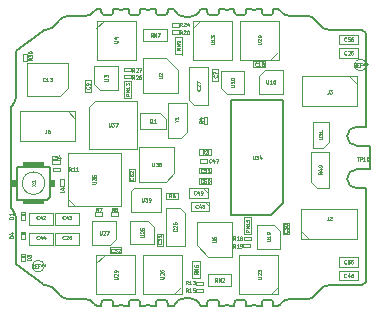
<source format=gbr>
G04 #@! TF.GenerationSoftware,KiCad,Pcbnew,6.0.4-6f826c9f35~116~ubuntu18.04.1*
G04 #@! TF.CreationDate,2022-03-27T23:11:54+02:00*
G04 #@! TF.ProjectId,ultimateFC,756c7469-6d61-4746-9546-432e6b696361,rev?*
G04 #@! TF.SameCoordinates,Original*
G04 #@! TF.FileFunction,AssemblyDrawing,Top*
%FSLAX46Y46*%
G04 Gerber Fmt 4.6, Leading zero omitted, Abs format (unit mm)*
G04 Created by KiCad (PCBNEW 6.0.4-6f826c9f35~116~ubuntu18.04.1) date 2022-03-27 23:11:54*
%MOMM*%
%LPD*%
G01*
G04 APERTURE LIST*
G04 #@! TA.AperFunction,Profile*
%ADD10C,0.200000*%
G04 #@! TD*
%ADD11C,0.100000*%
%ADD12C,0.040000*%
%ADD13C,0.080000*%
%ADD14C,0.120000*%
%ADD15C,0.203200*%
%ADD16C,0.101600*%
%ADD17C,0.150000*%
G04 APERTURE END LIST*
D10*
X198000000Y-73000000D02*
X196820000Y-73000000D01*
X196820000Y-74600000D02*
X197020000Y-74600000D01*
X197020000Y-74600000D02*
X197600000Y-74600000D01*
X196020000Y-73800000D02*
G75*
G03*
X196820000Y-74600000I800000J0D01*
G01*
X196820000Y-73000000D02*
G75*
G03*
X196020000Y-73800000I0J-800000D01*
G01*
X180080000Y-59950000D02*
X180570000Y-59949602D01*
X180570000Y-59949600D02*
G75*
G03*
X180820000Y-59699602I0J250000D01*
G01*
X180820000Y-59400000D02*
X181340000Y-59400000D01*
X180820000Y-59400000D02*
X180820000Y-59699602D01*
X179819800Y-59700000D02*
G75*
G03*
X180080000Y-59950000I250200J0D01*
G01*
X196820000Y-69400000D02*
G75*
G03*
X196020000Y-70200000I0J-800000D01*
G01*
X197020000Y-69400000D02*
X197600000Y-69400000D01*
X196820000Y-69400000D02*
X197020000Y-69400000D01*
X182700000Y-60100000D02*
X182300000Y-60100000D01*
X181367432Y-59460994D02*
X181340000Y-59400000D01*
X181367432Y-59460994D02*
G75*
G03*
X182300000Y-60100000I932568J360994D01*
G01*
X179820000Y-59400000D02*
X179470000Y-59400000D01*
X179820000Y-59400000D02*
X179820000Y-59699602D01*
X179170000Y-59560555D02*
G75*
G03*
X179470000Y-59400000I0J360555D01*
G01*
X178260000Y-59949999D02*
G75*
G03*
X178520199Y-59700000I10000J249999D01*
G01*
X178260000Y-59950000D02*
X177780000Y-59950000D01*
X178520001Y-59400000D02*
X178520000Y-59699602D01*
X175960000Y-59949999D02*
G75*
G03*
X176220199Y-59700000I10000J249999D01*
G01*
X176220001Y-59400000D02*
X176220000Y-59699601D01*
X177519800Y-59700000D02*
G75*
G03*
X177780000Y-59950000I250200J0D01*
G01*
X177520000Y-59400000D02*
X177520000Y-59699602D01*
X175220000Y-59400000D02*
X175220000Y-59699602D01*
X175960000Y-59950000D02*
X175480000Y-59950000D01*
X175219800Y-59700000D02*
G75*
G03*
X175480000Y-59950000I250200J0D01*
G01*
X174698768Y-59536778D02*
X174675268Y-59549435D01*
X178520001Y-59400000D02*
X178870000Y-59400000D01*
X178869999Y-59400000D02*
G75*
G03*
X179169999Y-59560556I300001J200000D01*
G01*
X177520000Y-59400000D02*
X177170000Y-59400000D01*
X176870000Y-59560555D02*
G75*
G03*
X177170000Y-59400000I0J360555D01*
G01*
X176220001Y-59400000D02*
X176570000Y-59400000D01*
X176569999Y-59400000D02*
G75*
G03*
X176869999Y-59560556I300001J200000D01*
G01*
X174698768Y-59536778D02*
G75*
G03*
X174870001Y-59400000I-128768J336778D01*
G01*
X175220000Y-59400000D02*
X174870001Y-59400000D01*
X184180000Y-59400000D02*
X183660000Y-59400000D01*
X184920000Y-59949999D02*
G75*
G03*
X185180199Y-59700000I10000J249999D01*
G01*
X184180000Y-59400000D02*
X184180000Y-59699602D01*
X184179999Y-59699602D02*
G75*
G03*
X184430001Y-59949601I250001J2D01*
G01*
X184920000Y-59950000D02*
X184430000Y-59949602D01*
X185180000Y-59400000D02*
X185530000Y-59400000D01*
X185530000Y-59400000D02*
G75*
G03*
X185830000Y-59560555I300000J200000D01*
G01*
X185180000Y-59400000D02*
X185180000Y-59699601D01*
X188779999Y-59400000D02*
X188780000Y-59699601D01*
X186479800Y-59700000D02*
G75*
G03*
X186740000Y-59950000I250200J0D01*
G01*
X187480000Y-59400000D02*
X187480000Y-59699602D01*
X186740000Y-59950000D02*
X187219999Y-59950000D01*
X187219999Y-59949998D02*
G75*
G03*
X187480198Y-59700000I10001J249998D01*
G01*
X186479999Y-59400000D02*
X186480000Y-59699601D01*
X188779800Y-59700000D02*
G75*
G03*
X189040000Y-59950000I250200J0D01*
G01*
X189780000Y-59400000D02*
X189780000Y-59699602D01*
X189040000Y-59950000D02*
X189520000Y-59950000D01*
X186479999Y-59400000D02*
X186130000Y-59400000D01*
X189780000Y-59400000D02*
X190129999Y-59400000D01*
X188130001Y-59560555D02*
G75*
G03*
X188430000Y-59400000I-1J360555D01*
G01*
X189520000Y-59949999D02*
G75*
G03*
X189780199Y-59700000I10000J249999D01*
G01*
X187830000Y-59400000D02*
G75*
G03*
X188130001Y-59560555I300000J200000D01*
G01*
X187480000Y-59400000D02*
X187830000Y-59400000D01*
X190301232Y-59536777D02*
X190324732Y-59549435D01*
X185830002Y-59560555D02*
G75*
G03*
X186130000Y-59400000I-2J360555D01*
G01*
X190129999Y-59400000D02*
G75*
G03*
X190301232Y-59536778I300001J200000D01*
G01*
X188779999Y-59400000D02*
X188430000Y-59400000D01*
X183632567Y-59460994D02*
X183660000Y-59400000D01*
X182700000Y-60100000D02*
G75*
G03*
X183632568Y-59460994I0J1000000D01*
G01*
X180820000Y-84600000D02*
X181340000Y-84600000D01*
X180080000Y-84050001D02*
G75*
G03*
X179819801Y-84300000I-10000J-249999D01*
G01*
X180820000Y-84600000D02*
X180820000Y-84300398D01*
X180820002Y-84300398D02*
G75*
G03*
X180570000Y-84050398I-250002J-2D01*
G01*
X180080000Y-84050000D02*
X180570000Y-84050398D01*
X179820000Y-84600000D02*
X179470000Y-84600000D01*
X179470000Y-84600000D02*
G75*
G03*
X179170000Y-84439445I-300000J-200000D01*
G01*
X179820000Y-84600000D02*
X179820000Y-84300398D01*
X176220001Y-84600000D02*
X176220000Y-84300399D01*
X178520200Y-84300000D02*
G75*
G03*
X178260000Y-84050000I-250200J0D01*
G01*
X177520000Y-84600000D02*
X177520000Y-84300398D01*
X178260000Y-84050000D02*
X177780000Y-84050000D01*
X177780000Y-84050001D02*
G75*
G03*
X177519801Y-84300000I-10000J-249999D01*
G01*
X178520001Y-84600000D02*
X178520000Y-84300398D01*
X176220200Y-84300000D02*
G75*
G03*
X175960000Y-84050000I-250200J0D01*
G01*
X175220000Y-84600000D02*
X175220000Y-84300398D01*
X175960000Y-84050000D02*
X175480000Y-84050000D01*
X178520001Y-84600000D02*
X178870000Y-84600000D01*
X175220000Y-84600000D02*
X174870001Y-84600000D01*
X176869999Y-84439445D02*
G75*
G03*
X176570000Y-84600000I1J-360555D01*
G01*
X175480000Y-84050001D02*
G75*
G03*
X175219801Y-84300000I-10000J-249999D01*
G01*
X177170000Y-84600000D02*
G75*
G03*
X176870000Y-84439445I-300000J-200000D01*
G01*
X177520000Y-84600000D02*
X177170000Y-84600000D01*
X174698768Y-84463222D02*
X174675268Y-84450565D01*
X179169999Y-84439445D02*
G75*
G03*
X178870000Y-84600000I1J-360555D01*
G01*
X174870001Y-84600000D02*
G75*
G03*
X174698768Y-84463222I-300001J-200000D01*
G01*
X176220001Y-84600000D02*
X176570000Y-84600000D01*
X184180000Y-84600000D02*
X184180000Y-84300398D01*
X188779999Y-84600000D02*
X188780000Y-84300399D01*
X187480200Y-84300000D02*
G75*
G03*
X187219999Y-84050000I-250200J0D01*
G01*
X185180000Y-84600000D02*
X185180000Y-84300399D01*
X186740000Y-84050000D02*
X187219999Y-84050000D01*
X186479999Y-84600000D02*
X186480000Y-84300399D01*
X189040000Y-84050001D02*
G75*
G03*
X188779801Y-84300000I-10000J-249999D01*
G01*
X190301232Y-84463222D02*
G75*
G03*
X190129999Y-84600000I128768J-336778D01*
G01*
X186740000Y-84050001D02*
G75*
G03*
X186479801Y-84300000I-10000J-249999D01*
G01*
X189780000Y-84600000D02*
X190129999Y-84600000D01*
X188130001Y-84439445D02*
G75*
G03*
X187830000Y-84600000I-1J-360555D01*
G01*
X185830000Y-84439445D02*
G75*
G03*
X185530000Y-84600000I0J-360555D01*
G01*
X187480000Y-84600000D02*
X187480000Y-84300398D01*
X184430001Y-84050400D02*
G75*
G03*
X184180000Y-84300398I-1J-250000D01*
G01*
X188779999Y-84600000D02*
X188430000Y-84600000D01*
X188430001Y-84600000D02*
G75*
G03*
X188130001Y-84439444I-300001J-200000D01*
G01*
X189780200Y-84300000D02*
G75*
G03*
X189520000Y-84050000I-250200J0D01*
G01*
X184920000Y-84050000D02*
X184430000Y-84050398D01*
X184180000Y-84600000D02*
X183660000Y-84600000D01*
X187480000Y-84600000D02*
X187830000Y-84600000D01*
X186130001Y-84600000D02*
G75*
G03*
X185830002Y-84439444I-300001J-200000D01*
G01*
X183632568Y-84539006D02*
G75*
G03*
X182700000Y-83900000I-932568J-360994D01*
G01*
X185180200Y-84300000D02*
G75*
G03*
X184920000Y-84050000I-250200J0D01*
G01*
X189780000Y-84600000D02*
X189780000Y-84300398D01*
X189040000Y-84050000D02*
X189520000Y-84050000D01*
X186479999Y-84600000D02*
X186130000Y-84600000D01*
X190301232Y-84463223D02*
X190324732Y-84450565D01*
X185180000Y-84600000D02*
X185530000Y-84600000D01*
X183632567Y-84539006D02*
X183660000Y-84600000D01*
X181367432Y-84539006D02*
X181340000Y-84600000D01*
X182300000Y-83900000D02*
G75*
G03*
X181367432Y-84539006I0J-1000000D01*
G01*
X182700000Y-83900000D02*
X182300000Y-83900000D01*
X191250326Y-83968348D02*
G75*
G03*
X190324732Y-84450565I-50626J-1032252D01*
G01*
X195072693Y-82785418D02*
G75*
G03*
X194750000Y-82750000I-323893J-1463282D01*
G01*
X192624881Y-83994654D02*
X191250328Y-83968303D01*
X197600000Y-82500000D02*
X197300000Y-82800000D01*
X193403000Y-83584694D02*
X193469647Y-83471754D01*
X197600000Y-74600000D02*
X197600000Y-82500000D01*
X195150000Y-82800000D02*
X197300000Y-82800000D01*
X195072691Y-82785428D02*
X195150000Y-82800000D01*
X194750000Y-82749942D02*
G75*
G03*
X193469647Y-83471754I1300J-1498758D01*
G01*
X192624881Y-83994657D02*
G75*
G03*
X193403000Y-83584694I-21881J984957D01*
G01*
X171600020Y-83574985D02*
G75*
G03*
X172300790Y-83956406I771280J582585D01*
G01*
X172300002Y-60043627D02*
G75*
G03*
X171600000Y-60425000I71298J-963973D01*
G01*
X168000000Y-63000000D02*
X170250000Y-61250000D01*
X171531783Y-60529123D02*
X171600000Y-60425000D01*
X168000000Y-63000000D02*
X168000000Y-66750000D01*
X167600000Y-67700000D02*
X167600000Y-72150000D01*
X172300790Y-83956406D02*
X173799998Y-83967062D01*
X167706139Y-67555170D02*
G75*
G03*
X168000000Y-66750000I-956139J805170D01*
G01*
X171531783Y-83470877D02*
X171600000Y-83575000D01*
X168000000Y-81000000D02*
X170250000Y-82750000D01*
X174675305Y-84450540D02*
G75*
G03*
X173799998Y-83967062I-875005J-550060D01*
G01*
X172300790Y-60043594D02*
X173799998Y-60032938D01*
X171531783Y-83470877D02*
G75*
G03*
X170250000Y-82750000I-1281783J-779123D01*
G01*
X167600000Y-67700000D02*
X167706139Y-67555170D01*
X170250000Y-61250000D02*
G75*
G03*
X171531783Y-60529123I0J1500000D01*
G01*
X167600000Y-76300001D02*
X167600000Y-72150000D01*
X168000000Y-77250001D02*
G75*
G03*
X167706139Y-76444831I-1250000J1D01*
G01*
X168000000Y-81000000D02*
X168000000Y-77250001D01*
X167600000Y-76300001D02*
X167706139Y-76444831D01*
X173800000Y-60032894D02*
G75*
G03*
X174675268Y-59549437I300J1033494D01*
G01*
X193469697Y-60528216D02*
G75*
G03*
X194750000Y-61250000I1281603J776916D01*
G01*
X193402998Y-60415307D02*
G75*
G03*
X192624881Y-60005346I-799998J-574993D01*
G01*
X192624881Y-60005346D02*
X191250328Y-60031697D01*
X197600000Y-69400000D02*
X197600000Y-61500000D01*
X195150000Y-61200000D02*
X197300000Y-61200000D01*
X195072691Y-61214572D02*
X195150000Y-61200000D01*
X194750000Y-61249990D02*
G75*
G03*
X195072691Y-61214572I-1200J1498690D01*
G01*
X193403000Y-60415306D02*
X193469647Y-60528246D01*
X198000000Y-71000000D02*
X198000000Y-73000000D01*
X190324694Y-59549459D02*
G75*
G03*
X191250328Y-60031697I875006J550059D01*
G01*
X198000000Y-71000000D02*
X196820000Y-71000000D01*
X196020000Y-70200000D02*
G75*
G03*
X196820000Y-71000000I800000J0D01*
G01*
X197600000Y-61500000D02*
X197300000Y-61200000D01*
D11*
X192150000Y-78250000D02*
X192750000Y-78850000D01*
X183850000Y-74600000D02*
X184200000Y-74950000D01*
X189600000Y-83550000D02*
X190200000Y-82950000D01*
X196300000Y-65150000D02*
X196900000Y-65750000D01*
X184000000Y-75750000D02*
X184350000Y-76100000D01*
X174800000Y-61050000D02*
X175400000Y-60450000D01*
X183000000Y-61050000D02*
X183600000Y-60450000D01*
X174800000Y-80900000D02*
X175400000Y-80300000D01*
X172350000Y-75500000D02*
X172950000Y-76100000D01*
X189600000Y-63700000D02*
X190200000Y-63100000D01*
X181400000Y-83550000D02*
X182000000Y-82950000D01*
X172400000Y-68100000D02*
X173000000Y-68700000D01*
D12*
X181885714Y-62707142D02*
X181742857Y-62807142D01*
X181885714Y-62878571D02*
X181585714Y-62878571D01*
X181585714Y-62764285D01*
X181600000Y-62735714D01*
X181614285Y-62721428D01*
X181642857Y-62707142D01*
X181685714Y-62707142D01*
X181714285Y-62721428D01*
X181728571Y-62735714D01*
X181742857Y-62764285D01*
X181742857Y-62878571D01*
X181885714Y-62578571D02*
X181585714Y-62578571D01*
X181885714Y-62407142D01*
X181585714Y-62407142D01*
X181885714Y-62250000D02*
X181885714Y-62192857D01*
X181871428Y-62164285D01*
X181857142Y-62150000D01*
X181814285Y-62121428D01*
X181757142Y-62107142D01*
X181642857Y-62107142D01*
X181614285Y-62121428D01*
X181600000Y-62135714D01*
X181585714Y-62164285D01*
X181585714Y-62221428D01*
X181600000Y-62250000D01*
X181614285Y-62264285D01*
X181642857Y-62278571D01*
X181714285Y-62278571D01*
X181742857Y-62264285D01*
X181757142Y-62250000D01*
X181771428Y-62221428D01*
X181771428Y-62164285D01*
X181757142Y-62135714D01*
X181742857Y-62121428D01*
X181714285Y-62107142D01*
X175465714Y-65508571D02*
X175708571Y-65508571D01*
X175737142Y-65494285D01*
X175751428Y-65480000D01*
X175765714Y-65451428D01*
X175765714Y-65394285D01*
X175751428Y-65365714D01*
X175737142Y-65351428D01*
X175708571Y-65337142D01*
X175465714Y-65337142D01*
X175465714Y-65222857D02*
X175465714Y-65037142D01*
X175580000Y-65137142D01*
X175580000Y-65094285D01*
X175594285Y-65065714D01*
X175608571Y-65051428D01*
X175637142Y-65037142D01*
X175708571Y-65037142D01*
X175737142Y-65051428D01*
X175751428Y-65065714D01*
X175765714Y-65094285D01*
X175765714Y-65180000D01*
X175751428Y-65208571D01*
X175737142Y-65222857D01*
X176285714Y-62278571D02*
X176528571Y-62278571D01*
X176557142Y-62264285D01*
X176571428Y-62250000D01*
X176585714Y-62221428D01*
X176585714Y-62164285D01*
X176571428Y-62135714D01*
X176557142Y-62121428D01*
X176528571Y-62107142D01*
X176285714Y-62107142D01*
X176385714Y-61835714D02*
X176585714Y-61835714D01*
X176271428Y-61907142D02*
X176485714Y-61978571D01*
X176485714Y-61792857D01*
X177585714Y-66600000D02*
X177442857Y-66700000D01*
X177585714Y-66771428D02*
X177285714Y-66771428D01*
X177285714Y-66657142D01*
X177300000Y-66628571D01*
X177314285Y-66614285D01*
X177342857Y-66600000D01*
X177385714Y-66600000D01*
X177414285Y-66614285D01*
X177428571Y-66628571D01*
X177442857Y-66657142D01*
X177442857Y-66771428D01*
X177585714Y-66471428D02*
X177285714Y-66471428D01*
X177585714Y-66300000D01*
X177285714Y-66300000D01*
X177585714Y-66000000D02*
X177585714Y-66171428D01*
X177585714Y-66085714D02*
X177285714Y-66085714D01*
X177328571Y-66114285D01*
X177357142Y-66142857D01*
X177371428Y-66171428D01*
X177285714Y-65900000D02*
X177285714Y-65714285D01*
X177400000Y-65814285D01*
X177400000Y-65771428D01*
X177414285Y-65742857D01*
X177428571Y-65728571D01*
X177457142Y-65714285D01*
X177528571Y-65714285D01*
X177557142Y-65728571D01*
X177571428Y-65742857D01*
X177585714Y-65771428D01*
X177585714Y-65857142D01*
X177571428Y-65885714D01*
X177557142Y-65900000D01*
X174197142Y-66015000D02*
X174211428Y-66029285D01*
X174225714Y-66072142D01*
X174225714Y-66100714D01*
X174211428Y-66143571D01*
X174182857Y-66172142D01*
X174154285Y-66186428D01*
X174097142Y-66200714D01*
X174054285Y-66200714D01*
X173997142Y-66186428D01*
X173968571Y-66172142D01*
X173940000Y-66143571D01*
X173925714Y-66100714D01*
X173925714Y-66072142D01*
X173940000Y-66029285D01*
X173954285Y-66015000D01*
X174225714Y-65872142D02*
X174225714Y-65815000D01*
X174211428Y-65786428D01*
X174197142Y-65772142D01*
X174154285Y-65743571D01*
X174097142Y-65729285D01*
X173982857Y-65729285D01*
X173954285Y-65743571D01*
X173940000Y-65757857D01*
X173925714Y-65786428D01*
X173925714Y-65843571D01*
X173940000Y-65872142D01*
X173954285Y-65886428D01*
X173982857Y-65900714D01*
X174054285Y-65900714D01*
X174082857Y-65886428D01*
X174097142Y-65872142D01*
X174111428Y-65843571D01*
X174111428Y-65786428D01*
X174097142Y-65757857D01*
X174082857Y-65743571D01*
X174054285Y-65729285D01*
X184967142Y-65055000D02*
X184981428Y-65069285D01*
X184995714Y-65112142D01*
X184995714Y-65140714D01*
X184981428Y-65183571D01*
X184952857Y-65212142D01*
X184924285Y-65226428D01*
X184867142Y-65240714D01*
X184824285Y-65240714D01*
X184767142Y-65226428D01*
X184738571Y-65212142D01*
X184710000Y-65183571D01*
X184695714Y-65140714D01*
X184695714Y-65112142D01*
X184710000Y-65069285D01*
X184724285Y-65055000D01*
X184695714Y-64955000D02*
X184695714Y-64755000D01*
X184995714Y-64883571D01*
X170444642Y-65507142D02*
X170430357Y-65521428D01*
X170387500Y-65535714D01*
X170358928Y-65535714D01*
X170316071Y-65521428D01*
X170287500Y-65492857D01*
X170273214Y-65464285D01*
X170258928Y-65407142D01*
X170258928Y-65364285D01*
X170273214Y-65307142D01*
X170287500Y-65278571D01*
X170316071Y-65250000D01*
X170358928Y-65235714D01*
X170387500Y-65235714D01*
X170430357Y-65250000D01*
X170444642Y-65264285D01*
X170730357Y-65535714D02*
X170558928Y-65535714D01*
X170644642Y-65535714D02*
X170644642Y-65235714D01*
X170616071Y-65278571D01*
X170587500Y-65307142D01*
X170558928Y-65321428D01*
X170830357Y-65235714D02*
X171016071Y-65235714D01*
X170916071Y-65350000D01*
X170958928Y-65350000D01*
X170987500Y-65364285D01*
X171001785Y-65378571D01*
X171016071Y-65407142D01*
X171016071Y-65478571D01*
X171001785Y-65507142D01*
X170987500Y-65521428D01*
X170958928Y-65535714D01*
X170873214Y-65535714D01*
X170844642Y-65521428D01*
X170830357Y-65507142D01*
X188397142Y-64217142D02*
X188382857Y-64231428D01*
X188340000Y-64245714D01*
X188311428Y-64245714D01*
X188268571Y-64231428D01*
X188240000Y-64202857D01*
X188225714Y-64174285D01*
X188211428Y-64117142D01*
X188211428Y-64074285D01*
X188225714Y-64017142D01*
X188240000Y-63988571D01*
X188268571Y-63960000D01*
X188311428Y-63945714D01*
X188340000Y-63945714D01*
X188382857Y-63960000D01*
X188397142Y-63974285D01*
X188682857Y-64245714D02*
X188511428Y-64245714D01*
X188597142Y-64245714D02*
X188597142Y-63945714D01*
X188568571Y-63988571D01*
X188540000Y-64017142D01*
X188511428Y-64031428D01*
X188854285Y-64074285D02*
X188825714Y-64060000D01*
X188811428Y-64045714D01*
X188797142Y-64017142D01*
X188797142Y-64002857D01*
X188811428Y-63974285D01*
X188825714Y-63960000D01*
X188854285Y-63945714D01*
X188911428Y-63945714D01*
X188940000Y-63960000D01*
X188954285Y-63974285D01*
X188968571Y-64002857D01*
X188968571Y-64017142D01*
X188954285Y-64045714D01*
X188940000Y-64060000D01*
X188911428Y-64074285D01*
X188854285Y-64074285D01*
X188825714Y-64088571D01*
X188811428Y-64102857D01*
X188797142Y-64131428D01*
X188797142Y-64188571D01*
X188811428Y-64217142D01*
X188825714Y-64231428D01*
X188854285Y-64245714D01*
X188911428Y-64245714D01*
X188940000Y-64231428D01*
X188954285Y-64217142D01*
X188968571Y-64188571D01*
X188968571Y-64131428D01*
X188954285Y-64102857D01*
X188940000Y-64088571D01*
X188911428Y-64074285D01*
X172107142Y-78907142D02*
X172092857Y-78921428D01*
X172050000Y-78935714D01*
X172021428Y-78935714D01*
X171978571Y-78921428D01*
X171950000Y-78892857D01*
X171935714Y-78864285D01*
X171921428Y-78807142D01*
X171921428Y-78764285D01*
X171935714Y-78707142D01*
X171950000Y-78678571D01*
X171978571Y-78650000D01*
X172021428Y-78635714D01*
X172050000Y-78635714D01*
X172092857Y-78650000D01*
X172107142Y-78664285D01*
X172221428Y-78664285D02*
X172235714Y-78650000D01*
X172264285Y-78635714D01*
X172335714Y-78635714D01*
X172364285Y-78650000D01*
X172378571Y-78664285D01*
X172392857Y-78692857D01*
X172392857Y-78721428D01*
X172378571Y-78764285D01*
X172207142Y-78935714D01*
X172392857Y-78935714D01*
X172578571Y-78635714D02*
X172607142Y-78635714D01*
X172635714Y-78650000D01*
X172650000Y-78664285D01*
X172664285Y-78692857D01*
X172678571Y-78750000D01*
X172678571Y-78821428D01*
X172664285Y-78878571D01*
X172650000Y-78907142D01*
X172635714Y-78921428D01*
X172607142Y-78935714D01*
X172578571Y-78935714D01*
X172550000Y-78921428D01*
X172535714Y-78907142D01*
X172521428Y-78878571D01*
X172507142Y-78821428D01*
X172507142Y-78750000D01*
X172521428Y-78692857D01*
X172535714Y-78664285D01*
X172550000Y-78650000D01*
X172578571Y-78635714D01*
X181567142Y-78052857D02*
X181581428Y-78067142D01*
X181595714Y-78110000D01*
X181595714Y-78138571D01*
X181581428Y-78181428D01*
X181552857Y-78210000D01*
X181524285Y-78224285D01*
X181467142Y-78238571D01*
X181424285Y-78238571D01*
X181367142Y-78224285D01*
X181338571Y-78210000D01*
X181310000Y-78181428D01*
X181295714Y-78138571D01*
X181295714Y-78110000D01*
X181310000Y-78067142D01*
X181324285Y-78052857D01*
X181324285Y-77938571D02*
X181310000Y-77924285D01*
X181295714Y-77895714D01*
X181295714Y-77824285D01*
X181310000Y-77795714D01*
X181324285Y-77781428D01*
X181352857Y-77767142D01*
X181381428Y-77767142D01*
X181424285Y-77781428D01*
X181595714Y-77952857D01*
X181595714Y-77767142D01*
X181295714Y-77510000D02*
X181295714Y-77567142D01*
X181310000Y-77595714D01*
X181324285Y-77610000D01*
X181367142Y-77638571D01*
X181424285Y-77652857D01*
X181538571Y-77652857D01*
X181567142Y-77638571D01*
X181581428Y-77624285D01*
X181595714Y-77595714D01*
X181595714Y-77538571D01*
X181581428Y-77510000D01*
X181567142Y-77495714D01*
X181538571Y-77481428D01*
X181467142Y-77481428D01*
X181438571Y-77495714D01*
X181424285Y-77510000D01*
X181410000Y-77538571D01*
X181410000Y-77595714D01*
X181424285Y-77624285D01*
X181438571Y-77638571D01*
X181467142Y-77652857D01*
X183557142Y-66142857D02*
X183571428Y-66157142D01*
X183585714Y-66200000D01*
X183585714Y-66228571D01*
X183571428Y-66271428D01*
X183542857Y-66300000D01*
X183514285Y-66314285D01*
X183457142Y-66328571D01*
X183414285Y-66328571D01*
X183357142Y-66314285D01*
X183328571Y-66300000D01*
X183300000Y-66271428D01*
X183285714Y-66228571D01*
X183285714Y-66200000D01*
X183300000Y-66157142D01*
X183314285Y-66142857D01*
X183314285Y-66028571D02*
X183300000Y-66014285D01*
X183285714Y-65985714D01*
X183285714Y-65914285D01*
X183300000Y-65885714D01*
X183314285Y-65871428D01*
X183342857Y-65857142D01*
X183371428Y-65857142D01*
X183414285Y-65871428D01*
X183585714Y-66042857D01*
X183585714Y-65857142D01*
X183285714Y-65757142D02*
X183285714Y-65557142D01*
X183585714Y-65685714D01*
X190947142Y-78202857D02*
X190961428Y-78217142D01*
X190975714Y-78260000D01*
X190975714Y-78288571D01*
X190961428Y-78331428D01*
X190932857Y-78360000D01*
X190904285Y-78374285D01*
X190847142Y-78388571D01*
X190804285Y-78388571D01*
X190747142Y-78374285D01*
X190718571Y-78360000D01*
X190690000Y-78331428D01*
X190675714Y-78288571D01*
X190675714Y-78260000D01*
X190690000Y-78217142D01*
X190704285Y-78202857D01*
X190675714Y-78102857D02*
X190675714Y-77917142D01*
X190790000Y-78017142D01*
X190790000Y-77974285D01*
X190804285Y-77945714D01*
X190818571Y-77931428D01*
X190847142Y-77917142D01*
X190918571Y-77917142D01*
X190947142Y-77931428D01*
X190961428Y-77945714D01*
X190975714Y-77974285D01*
X190975714Y-78060000D01*
X190961428Y-78088571D01*
X190947142Y-78102857D01*
X190675714Y-77731428D02*
X190675714Y-77702857D01*
X190690000Y-77674285D01*
X190704285Y-77660000D01*
X190732857Y-77645714D01*
X190790000Y-77631428D01*
X190861428Y-77631428D01*
X190918571Y-77645714D01*
X190947142Y-77660000D01*
X190961428Y-77674285D01*
X190975714Y-77702857D01*
X190975714Y-77731428D01*
X190961428Y-77760000D01*
X190947142Y-77774285D01*
X190918571Y-77788571D01*
X190861428Y-77802857D01*
X190790000Y-77802857D01*
X190732857Y-77788571D01*
X190704285Y-77774285D01*
X190690000Y-77760000D01*
X190675714Y-77731428D01*
X180257142Y-79167857D02*
X180271428Y-79182142D01*
X180285714Y-79225000D01*
X180285714Y-79253571D01*
X180271428Y-79296428D01*
X180242857Y-79325000D01*
X180214285Y-79339285D01*
X180157142Y-79353571D01*
X180114285Y-79353571D01*
X180057142Y-79339285D01*
X180028571Y-79325000D01*
X180000000Y-79296428D01*
X179985714Y-79253571D01*
X179985714Y-79225000D01*
X180000000Y-79182142D01*
X180014285Y-79167857D01*
X179985714Y-79067857D02*
X179985714Y-78882142D01*
X180100000Y-78982142D01*
X180100000Y-78939285D01*
X180114285Y-78910714D01*
X180128571Y-78896428D01*
X180157142Y-78882142D01*
X180228571Y-78882142D01*
X180257142Y-78896428D01*
X180271428Y-78910714D01*
X180285714Y-78939285D01*
X180285714Y-79025000D01*
X180271428Y-79053571D01*
X180257142Y-79067857D01*
X180285714Y-78596428D02*
X180285714Y-78767857D01*
X180285714Y-78682142D02*
X179985714Y-78682142D01*
X180028571Y-78710714D01*
X180057142Y-78739285D01*
X180071428Y-78767857D01*
X176217142Y-79977142D02*
X176202857Y-79991428D01*
X176160000Y-80005714D01*
X176131428Y-80005714D01*
X176088571Y-79991428D01*
X176060000Y-79962857D01*
X176045714Y-79934285D01*
X176031428Y-79877142D01*
X176031428Y-79834285D01*
X176045714Y-79777142D01*
X176060000Y-79748571D01*
X176088571Y-79720000D01*
X176131428Y-79705714D01*
X176160000Y-79705714D01*
X176202857Y-79720000D01*
X176217142Y-79734285D01*
X176317142Y-79705714D02*
X176502857Y-79705714D01*
X176402857Y-79820000D01*
X176445714Y-79820000D01*
X176474285Y-79834285D01*
X176488571Y-79848571D01*
X176502857Y-79877142D01*
X176502857Y-79948571D01*
X176488571Y-79977142D01*
X176474285Y-79991428D01*
X176445714Y-80005714D01*
X176360000Y-80005714D01*
X176331428Y-79991428D01*
X176317142Y-79977142D01*
X176617142Y-79734285D02*
X176631428Y-79720000D01*
X176660000Y-79705714D01*
X176731428Y-79705714D01*
X176760000Y-79720000D01*
X176774285Y-79734285D01*
X176788571Y-79762857D01*
X176788571Y-79791428D01*
X176774285Y-79834285D01*
X176602857Y-80005714D01*
X176788571Y-80005714D01*
X194410000Y-77005714D02*
X194410000Y-77220000D01*
X194395714Y-77262857D01*
X194367142Y-77291428D01*
X194324285Y-77305714D01*
X194295714Y-77305714D01*
X194538571Y-77034285D02*
X194552857Y-77020000D01*
X194581428Y-77005714D01*
X194652857Y-77005714D01*
X194681428Y-77020000D01*
X194695714Y-77034285D01*
X194710000Y-77062857D01*
X194710000Y-77091428D01*
X194695714Y-77134285D01*
X194524285Y-77305714D01*
X194710000Y-77305714D01*
X194450000Y-66285714D02*
X194450000Y-66500000D01*
X194435714Y-66542857D01*
X194407142Y-66571428D01*
X194364285Y-66585714D01*
X194335714Y-66585714D01*
X194564285Y-66285714D02*
X194750000Y-66285714D01*
X194650000Y-66400000D01*
X194692857Y-66400000D01*
X194721428Y-66414285D01*
X194735714Y-66428571D01*
X194750000Y-66457142D01*
X194750000Y-66528571D01*
X194735714Y-66557142D01*
X194721428Y-66571428D01*
X194692857Y-66585714D01*
X194607142Y-66585714D01*
X194578571Y-66571428D01*
X194564285Y-66557142D01*
X193885714Y-73217857D02*
X193742857Y-73317857D01*
X193885714Y-73389285D02*
X193585714Y-73389285D01*
X193585714Y-73275000D01*
X193600000Y-73246428D01*
X193614285Y-73232142D01*
X193642857Y-73217857D01*
X193685714Y-73217857D01*
X193714285Y-73232142D01*
X193728571Y-73246428D01*
X193742857Y-73275000D01*
X193742857Y-73389285D01*
X193685714Y-72960714D02*
X193885714Y-72960714D01*
X193571428Y-73032142D02*
X193785714Y-73103571D01*
X193785714Y-72917857D01*
X193885714Y-72789285D02*
X193885714Y-72732142D01*
X193871428Y-72703571D01*
X193857142Y-72689285D01*
X193814285Y-72660714D01*
X193757142Y-72646428D01*
X193642857Y-72646428D01*
X193614285Y-72660714D01*
X193600000Y-72675000D01*
X193585714Y-72703571D01*
X193585714Y-72760714D01*
X193600000Y-72789285D01*
X193614285Y-72803571D01*
X193642857Y-72817857D01*
X193714285Y-72817857D01*
X193742857Y-72803571D01*
X193757142Y-72789285D01*
X193771428Y-72760714D01*
X193771428Y-72703571D01*
X193757142Y-72675000D01*
X193742857Y-72660714D01*
X193714285Y-72646428D01*
X183385714Y-81707142D02*
X183242857Y-81807142D01*
X183385714Y-81878571D02*
X183085714Y-81878571D01*
X183085714Y-81764285D01*
X183100000Y-81735714D01*
X183114285Y-81721428D01*
X183142857Y-81707142D01*
X183185714Y-81707142D01*
X183214285Y-81721428D01*
X183228571Y-81735714D01*
X183242857Y-81764285D01*
X183242857Y-81878571D01*
X183385714Y-81578571D02*
X183085714Y-81578571D01*
X183385714Y-81407142D01*
X183085714Y-81407142D01*
X183085714Y-81135714D02*
X183085714Y-81192857D01*
X183100000Y-81221428D01*
X183114285Y-81235714D01*
X183157142Y-81264285D01*
X183214285Y-81278571D01*
X183328571Y-81278571D01*
X183357142Y-81264285D01*
X183371428Y-81250000D01*
X183385714Y-81221428D01*
X183385714Y-81164285D01*
X183371428Y-81135714D01*
X183357142Y-81121428D01*
X183328571Y-81107142D01*
X183257142Y-81107142D01*
X183228571Y-81121428D01*
X183214285Y-81135714D01*
X183200000Y-81164285D01*
X183200000Y-81221428D01*
X183214285Y-81250000D01*
X183228571Y-81264285D01*
X183257142Y-81278571D01*
X187735714Y-78140000D02*
X187592857Y-78240000D01*
X187735714Y-78311428D02*
X187435714Y-78311428D01*
X187435714Y-78197142D01*
X187450000Y-78168571D01*
X187464285Y-78154285D01*
X187492857Y-78140000D01*
X187535714Y-78140000D01*
X187564285Y-78154285D01*
X187578571Y-78168571D01*
X187592857Y-78197142D01*
X187592857Y-78311428D01*
X187735714Y-78011428D02*
X187435714Y-78011428D01*
X187735714Y-77840000D01*
X187435714Y-77840000D01*
X187735714Y-77540000D02*
X187735714Y-77711428D01*
X187735714Y-77625714D02*
X187435714Y-77625714D01*
X187478571Y-77654285D01*
X187507142Y-77682857D01*
X187521428Y-77711428D01*
X187435714Y-77268571D02*
X187435714Y-77411428D01*
X187578571Y-77425714D01*
X187564285Y-77411428D01*
X187550000Y-77382857D01*
X187550000Y-77311428D01*
X187564285Y-77282857D01*
X187578571Y-77268571D01*
X187607142Y-77254285D01*
X187678571Y-77254285D01*
X187707142Y-77268571D01*
X187721428Y-77282857D01*
X187735714Y-77311428D01*
X187735714Y-77382857D01*
X187721428Y-77411428D01*
X187707142Y-77425714D01*
X196828571Y-71985714D02*
X197000000Y-71985714D01*
X196914285Y-72285714D02*
X196914285Y-71985714D01*
X197100000Y-72285714D02*
X197100000Y-71985714D01*
X197214285Y-71985714D01*
X197242857Y-72000000D01*
X197257142Y-72014285D01*
X197271428Y-72042857D01*
X197271428Y-72085714D01*
X197257142Y-72114285D01*
X197242857Y-72128571D01*
X197214285Y-72142857D01*
X197100000Y-72142857D01*
X197557142Y-72285714D02*
X197385714Y-72285714D01*
X197471428Y-72285714D02*
X197471428Y-71985714D01*
X197442857Y-72028571D01*
X197414285Y-72057142D01*
X197385714Y-72071428D01*
X197742857Y-71985714D02*
X197771428Y-71985714D01*
X197800000Y-72000000D01*
X197814285Y-72014285D01*
X197828571Y-72042857D01*
X197842857Y-72100000D01*
X197842857Y-72171428D01*
X197828571Y-72228571D01*
X197814285Y-72257142D01*
X197800000Y-72271428D01*
X197771428Y-72285714D01*
X197742857Y-72285714D01*
X197714285Y-72271428D01*
X197700000Y-72257142D01*
X197685714Y-72228571D01*
X197671428Y-72171428D01*
X197671428Y-72100000D01*
X197685714Y-72042857D01*
X197700000Y-72014285D01*
X197714285Y-72000000D01*
X197742857Y-71985714D01*
X184615714Y-79178571D02*
X184858571Y-79178571D01*
X184887142Y-79164285D01*
X184901428Y-79150000D01*
X184915714Y-79121428D01*
X184915714Y-79064285D01*
X184901428Y-79035714D01*
X184887142Y-79021428D01*
X184858571Y-79007142D01*
X184615714Y-79007142D01*
X184615714Y-78735714D02*
X184615714Y-78792857D01*
X184630000Y-78821428D01*
X184644285Y-78835714D01*
X184687142Y-78864285D01*
X184744285Y-78878571D01*
X184858571Y-78878571D01*
X184887142Y-78864285D01*
X184901428Y-78850000D01*
X184915714Y-78821428D01*
X184915714Y-78764285D01*
X184901428Y-78735714D01*
X184887142Y-78721428D01*
X184858571Y-78707142D01*
X184787142Y-78707142D01*
X184758571Y-78721428D01*
X184744285Y-78735714D01*
X184730000Y-78764285D01*
X184730000Y-78821428D01*
X184744285Y-78850000D01*
X184758571Y-78864285D01*
X184787142Y-78878571D01*
X186165714Y-66021428D02*
X186408571Y-66021428D01*
X186437142Y-66007142D01*
X186451428Y-65992857D01*
X186465714Y-65964285D01*
X186465714Y-65907142D01*
X186451428Y-65878571D01*
X186437142Y-65864285D01*
X186408571Y-65850000D01*
X186165714Y-65850000D01*
X186465714Y-65550000D02*
X186465714Y-65721428D01*
X186465714Y-65635714D02*
X186165714Y-65635714D01*
X186208571Y-65664285D01*
X186237142Y-65692857D01*
X186251428Y-65721428D01*
X186165714Y-65364285D02*
X186165714Y-65335714D01*
X186180000Y-65307142D01*
X186194285Y-65292857D01*
X186222857Y-65278571D01*
X186280000Y-65264285D01*
X186351428Y-65264285D01*
X186408571Y-65278571D01*
X186437142Y-65292857D01*
X186451428Y-65307142D01*
X186465714Y-65335714D01*
X186465714Y-65364285D01*
X186451428Y-65392857D01*
X186437142Y-65407142D01*
X186408571Y-65421428D01*
X186351428Y-65435714D01*
X186280000Y-65435714D01*
X186222857Y-65421428D01*
X186194285Y-65407142D01*
X186180000Y-65392857D01*
X186165714Y-65364285D01*
X184485714Y-62421428D02*
X184728571Y-62421428D01*
X184757142Y-62407142D01*
X184771428Y-62392857D01*
X184785714Y-62364285D01*
X184785714Y-62307142D01*
X184771428Y-62278571D01*
X184757142Y-62264285D01*
X184728571Y-62250000D01*
X184485714Y-62250000D01*
X184785714Y-61950000D02*
X184785714Y-62121428D01*
X184785714Y-62035714D02*
X184485714Y-62035714D01*
X184528571Y-62064285D01*
X184557142Y-62092857D01*
X184571428Y-62121428D01*
X184485714Y-61850000D02*
X184485714Y-61664285D01*
X184600000Y-61764285D01*
X184600000Y-61721428D01*
X184614285Y-61692857D01*
X184628571Y-61678571D01*
X184657142Y-61664285D01*
X184728571Y-61664285D01*
X184757142Y-61678571D01*
X184771428Y-61692857D01*
X184785714Y-61721428D01*
X184785714Y-61807142D01*
X184771428Y-61835714D01*
X184757142Y-61850000D01*
X189188571Y-65435714D02*
X189188571Y-65678571D01*
X189202857Y-65707142D01*
X189217142Y-65721428D01*
X189245714Y-65735714D01*
X189302857Y-65735714D01*
X189331428Y-65721428D01*
X189345714Y-65707142D01*
X189360000Y-65678571D01*
X189360000Y-65435714D01*
X189660000Y-65735714D02*
X189488571Y-65735714D01*
X189574285Y-65735714D02*
X189574285Y-65435714D01*
X189545714Y-65478571D01*
X189517142Y-65507142D01*
X189488571Y-65521428D01*
X189917142Y-65435714D02*
X189860000Y-65435714D01*
X189831428Y-65450000D01*
X189817142Y-65464285D01*
X189788571Y-65507142D01*
X189774285Y-65564285D01*
X189774285Y-65678571D01*
X189788571Y-65707142D01*
X189802857Y-65721428D01*
X189831428Y-65735714D01*
X189888571Y-65735714D01*
X189917142Y-65721428D01*
X189931428Y-65707142D01*
X189945714Y-65678571D01*
X189945714Y-65607142D01*
X189931428Y-65578571D01*
X189917142Y-65564285D01*
X189888571Y-65550000D01*
X189831428Y-65550000D01*
X189802857Y-65564285D01*
X189788571Y-65578571D01*
X189774285Y-65607142D01*
X189205714Y-79091428D02*
X189448571Y-79091428D01*
X189477142Y-79077142D01*
X189491428Y-79062857D01*
X189505714Y-79034285D01*
X189505714Y-78977142D01*
X189491428Y-78948571D01*
X189477142Y-78934285D01*
X189448571Y-78920000D01*
X189205714Y-78920000D01*
X189505714Y-78620000D02*
X189505714Y-78791428D01*
X189505714Y-78705714D02*
X189205714Y-78705714D01*
X189248571Y-78734285D01*
X189277142Y-78762857D01*
X189291428Y-78791428D01*
X189505714Y-78477142D02*
X189505714Y-78420000D01*
X189491428Y-78391428D01*
X189477142Y-78377142D01*
X189434285Y-78348571D01*
X189377142Y-78334285D01*
X189262857Y-78334285D01*
X189234285Y-78348571D01*
X189220000Y-78362857D01*
X189205714Y-78391428D01*
X189205714Y-78448571D01*
X189220000Y-78477142D01*
X189234285Y-78491428D01*
X189262857Y-78505714D01*
X189334285Y-78505714D01*
X189362857Y-78491428D01*
X189377142Y-78477142D01*
X189391428Y-78448571D01*
X189391428Y-78391428D01*
X189377142Y-78362857D01*
X189362857Y-78348571D01*
X189334285Y-78334285D01*
X188435714Y-62421428D02*
X188678571Y-62421428D01*
X188707142Y-62407142D01*
X188721428Y-62392857D01*
X188735714Y-62364285D01*
X188735714Y-62307142D01*
X188721428Y-62278571D01*
X188707142Y-62264285D01*
X188678571Y-62250000D01*
X188435714Y-62250000D01*
X188464285Y-62121428D02*
X188450000Y-62107142D01*
X188435714Y-62078571D01*
X188435714Y-62007142D01*
X188450000Y-61978571D01*
X188464285Y-61964285D01*
X188492857Y-61950000D01*
X188521428Y-61950000D01*
X188564285Y-61964285D01*
X188735714Y-62135714D01*
X188735714Y-61950000D01*
X188435714Y-61764285D02*
X188435714Y-61735714D01*
X188450000Y-61707142D01*
X188464285Y-61692857D01*
X188492857Y-61678571D01*
X188550000Y-61664285D01*
X188621428Y-61664285D01*
X188678571Y-61678571D01*
X188707142Y-61692857D01*
X188721428Y-61707142D01*
X188735714Y-61735714D01*
X188735714Y-61764285D01*
X188721428Y-61792857D01*
X188707142Y-61807142D01*
X188678571Y-61821428D01*
X188621428Y-61835714D01*
X188550000Y-61835714D01*
X188492857Y-61821428D01*
X188464285Y-61807142D01*
X188450000Y-61792857D01*
X188435714Y-61764285D01*
X188435714Y-82271428D02*
X188678571Y-82271428D01*
X188707142Y-82257142D01*
X188721428Y-82242857D01*
X188735714Y-82214285D01*
X188735714Y-82157142D01*
X188721428Y-82128571D01*
X188707142Y-82114285D01*
X188678571Y-82100000D01*
X188435714Y-82100000D01*
X188464285Y-81971428D02*
X188450000Y-81957142D01*
X188435714Y-81928571D01*
X188435714Y-81857142D01*
X188450000Y-81828571D01*
X188464285Y-81814285D01*
X188492857Y-81800000D01*
X188521428Y-81800000D01*
X188564285Y-81814285D01*
X188735714Y-81985714D01*
X188735714Y-81800000D01*
X188435714Y-81700000D02*
X188435714Y-81514285D01*
X188550000Y-81614285D01*
X188550000Y-81571428D01*
X188564285Y-81542857D01*
X188578571Y-81528571D01*
X188607142Y-81514285D01*
X188678571Y-81514285D01*
X188707142Y-81528571D01*
X188721428Y-81542857D01*
X188735714Y-81571428D01*
X188735714Y-81657142D01*
X188721428Y-81685714D01*
X188707142Y-81700000D01*
X178505714Y-78721428D02*
X178748571Y-78721428D01*
X178777142Y-78707142D01*
X178791428Y-78692857D01*
X178805714Y-78664285D01*
X178805714Y-78607142D01*
X178791428Y-78578571D01*
X178777142Y-78564285D01*
X178748571Y-78550000D01*
X178505714Y-78550000D01*
X178534285Y-78421428D02*
X178520000Y-78407142D01*
X178505714Y-78378571D01*
X178505714Y-78307142D01*
X178520000Y-78278571D01*
X178534285Y-78264285D01*
X178562857Y-78250000D01*
X178591428Y-78250000D01*
X178634285Y-78264285D01*
X178805714Y-78435714D01*
X178805714Y-78250000D01*
X178505714Y-77978571D02*
X178505714Y-78121428D01*
X178648571Y-78135714D01*
X178634285Y-78121428D01*
X178620000Y-78092857D01*
X178620000Y-78021428D01*
X178634285Y-77992857D01*
X178648571Y-77978571D01*
X178677142Y-77964285D01*
X178748571Y-77964285D01*
X178777142Y-77978571D01*
X178791428Y-77992857D01*
X178805714Y-78021428D01*
X178805714Y-78092857D01*
X178791428Y-78121428D01*
X178777142Y-78135714D01*
X180185714Y-82271428D02*
X180428571Y-82271428D01*
X180457142Y-82257142D01*
X180471428Y-82242857D01*
X180485714Y-82214285D01*
X180485714Y-82157142D01*
X180471428Y-82128571D01*
X180457142Y-82114285D01*
X180428571Y-82100000D01*
X180185714Y-82100000D01*
X180214285Y-81971428D02*
X180200000Y-81957142D01*
X180185714Y-81928571D01*
X180185714Y-81857142D01*
X180200000Y-81828571D01*
X180214285Y-81814285D01*
X180242857Y-81800000D01*
X180271428Y-81800000D01*
X180314285Y-81814285D01*
X180485714Y-81985714D01*
X180485714Y-81800000D01*
X180185714Y-81542857D02*
X180185714Y-81600000D01*
X180200000Y-81628571D01*
X180214285Y-81642857D01*
X180257142Y-81671428D01*
X180314285Y-81685714D01*
X180428571Y-81685714D01*
X180457142Y-81671428D01*
X180471428Y-81657142D01*
X180485714Y-81628571D01*
X180485714Y-81571428D01*
X180471428Y-81542857D01*
X180457142Y-81528571D01*
X180428571Y-81514285D01*
X180357142Y-81514285D01*
X180328571Y-81528571D01*
X180314285Y-81542857D01*
X180300000Y-81571428D01*
X180300000Y-81628571D01*
X180314285Y-81657142D01*
X180328571Y-81671428D01*
X180357142Y-81685714D01*
X175068571Y-78235714D02*
X175068571Y-78478571D01*
X175082857Y-78507142D01*
X175097142Y-78521428D01*
X175125714Y-78535714D01*
X175182857Y-78535714D01*
X175211428Y-78521428D01*
X175225714Y-78507142D01*
X175240000Y-78478571D01*
X175240000Y-78235714D01*
X175368571Y-78264285D02*
X175382857Y-78250000D01*
X175411428Y-78235714D01*
X175482857Y-78235714D01*
X175511428Y-78250000D01*
X175525714Y-78264285D01*
X175540000Y-78292857D01*
X175540000Y-78321428D01*
X175525714Y-78364285D01*
X175354285Y-78535714D01*
X175540000Y-78535714D01*
X175640000Y-78235714D02*
X175840000Y-78235714D01*
X175711428Y-78535714D01*
X176285714Y-82321428D02*
X176528571Y-82321428D01*
X176557142Y-82307142D01*
X176571428Y-82292857D01*
X176585714Y-82264285D01*
X176585714Y-82207142D01*
X176571428Y-82178571D01*
X176557142Y-82164285D01*
X176528571Y-82150000D01*
X176285714Y-82150000D01*
X176314285Y-82021428D02*
X176300000Y-82007142D01*
X176285714Y-81978571D01*
X176285714Y-81907142D01*
X176300000Y-81878571D01*
X176314285Y-81864285D01*
X176342857Y-81850000D01*
X176371428Y-81850000D01*
X176414285Y-81864285D01*
X176585714Y-82035714D01*
X176585714Y-81850000D01*
X176585714Y-81707142D02*
X176585714Y-81650000D01*
X176571428Y-81621428D01*
X176557142Y-81607142D01*
X176514285Y-81578571D01*
X176457142Y-81564285D01*
X176342857Y-81564285D01*
X176314285Y-81578571D01*
X176300000Y-81592857D01*
X176285714Y-81621428D01*
X176285714Y-81678571D01*
X176300000Y-81707142D01*
X176314285Y-81721428D01*
X176342857Y-81735714D01*
X176414285Y-81735714D01*
X176442857Y-81721428D01*
X176457142Y-81707142D01*
X176471428Y-81678571D01*
X176471428Y-81621428D01*
X176457142Y-81592857D01*
X176442857Y-81578571D01*
X176414285Y-81564285D01*
X174435714Y-74221428D02*
X174678571Y-74221428D01*
X174707142Y-74207142D01*
X174721428Y-74192857D01*
X174735714Y-74164285D01*
X174735714Y-74107142D01*
X174721428Y-74078571D01*
X174707142Y-74064285D01*
X174678571Y-74050000D01*
X174435714Y-74050000D01*
X174435714Y-73935714D02*
X174435714Y-73750000D01*
X174550000Y-73850000D01*
X174550000Y-73807142D01*
X174564285Y-73778571D01*
X174578571Y-73764285D01*
X174607142Y-73750000D01*
X174678571Y-73750000D01*
X174707142Y-73764285D01*
X174721428Y-73778571D01*
X174735714Y-73807142D01*
X174735714Y-73892857D01*
X174721428Y-73921428D01*
X174707142Y-73935714D01*
X174435714Y-73478571D02*
X174435714Y-73621428D01*
X174578571Y-73635714D01*
X174564285Y-73621428D01*
X174550000Y-73592857D01*
X174550000Y-73521428D01*
X174564285Y-73492857D01*
X174578571Y-73478571D01*
X174607142Y-73464285D01*
X174678571Y-73464285D01*
X174707142Y-73478571D01*
X174721428Y-73492857D01*
X174735714Y-73521428D01*
X174735714Y-73592857D01*
X174721428Y-73621428D01*
X174707142Y-73635714D01*
X169310714Y-74417857D02*
X169610714Y-74217857D01*
X169310714Y-74217857D02*
X169610714Y-74417857D01*
X169610714Y-73946428D02*
X169610714Y-74117857D01*
X169610714Y-74032142D02*
X169310714Y-74032142D01*
X169353571Y-74060714D01*
X169382142Y-74089285D01*
X169396428Y-74117857D01*
X167735714Y-77171428D02*
X167435714Y-77171428D01*
X167435714Y-77100000D01*
X167450000Y-77057142D01*
X167478571Y-77028571D01*
X167507142Y-77014285D01*
X167564285Y-77000000D01*
X167607142Y-77000000D01*
X167664285Y-77014285D01*
X167692857Y-77028571D01*
X167721428Y-77057142D01*
X167735714Y-77100000D01*
X167735714Y-77171428D01*
X167735714Y-76714285D02*
X167735714Y-76885714D01*
X167735714Y-76800000D02*
X167435714Y-76800000D01*
X167478571Y-76828571D01*
X167507142Y-76857142D01*
X167521428Y-76885714D01*
X181567857Y-68917857D02*
X181710714Y-68917857D01*
X181410714Y-69017857D02*
X181567857Y-68917857D01*
X181410714Y-68817857D01*
X181710714Y-68560714D02*
X181710714Y-68732142D01*
X181710714Y-68646428D02*
X181410714Y-68646428D01*
X181453571Y-68675000D01*
X181482142Y-68703571D01*
X181496428Y-68732142D01*
X169907142Y-77207142D02*
X169892857Y-77221428D01*
X169850000Y-77235714D01*
X169821428Y-77235714D01*
X169778571Y-77221428D01*
X169750000Y-77192857D01*
X169735714Y-77164285D01*
X169721428Y-77107142D01*
X169721428Y-77064285D01*
X169735714Y-77007142D01*
X169750000Y-76978571D01*
X169778571Y-76950000D01*
X169821428Y-76935714D01*
X169850000Y-76935714D01*
X169892857Y-76950000D01*
X169907142Y-76964285D01*
X170164285Y-77035714D02*
X170164285Y-77235714D01*
X170092857Y-76921428D02*
X170021428Y-77135714D01*
X170207142Y-77135714D01*
X170307142Y-76964285D02*
X170321428Y-76950000D01*
X170350000Y-76935714D01*
X170421428Y-76935714D01*
X170450000Y-76950000D01*
X170464285Y-76964285D01*
X170478571Y-76992857D01*
X170478571Y-77021428D01*
X170464285Y-77064285D01*
X170292857Y-77235714D01*
X170478571Y-77235714D01*
X172107142Y-77207142D02*
X172092857Y-77221428D01*
X172050000Y-77235714D01*
X172021428Y-77235714D01*
X171978571Y-77221428D01*
X171950000Y-77192857D01*
X171935714Y-77164285D01*
X171921428Y-77107142D01*
X171921428Y-77064285D01*
X171935714Y-77007142D01*
X171950000Y-76978571D01*
X171978571Y-76950000D01*
X172021428Y-76935714D01*
X172050000Y-76935714D01*
X172092857Y-76950000D01*
X172107142Y-76964285D01*
X172364285Y-77035714D02*
X172364285Y-77235714D01*
X172292857Y-76921428D02*
X172221428Y-77135714D01*
X172407142Y-77135714D01*
X172492857Y-76935714D02*
X172678571Y-76935714D01*
X172578571Y-77050000D01*
X172621428Y-77050000D01*
X172650000Y-77064285D01*
X172664285Y-77078571D01*
X172678571Y-77107142D01*
X172678571Y-77178571D01*
X172664285Y-77207142D01*
X172650000Y-77221428D01*
X172621428Y-77235714D01*
X172535714Y-77235714D01*
X172507142Y-77221428D01*
X172492857Y-77207142D01*
X169907142Y-78907142D02*
X169892857Y-78921428D01*
X169850000Y-78935714D01*
X169821428Y-78935714D01*
X169778571Y-78921428D01*
X169750000Y-78892857D01*
X169735714Y-78864285D01*
X169721428Y-78807142D01*
X169721428Y-78764285D01*
X169735714Y-78707142D01*
X169750000Y-78678571D01*
X169778571Y-78650000D01*
X169821428Y-78635714D01*
X169850000Y-78635714D01*
X169892857Y-78650000D01*
X169907142Y-78664285D01*
X170164285Y-78735714D02*
X170164285Y-78935714D01*
X170092857Y-78621428D02*
X170021428Y-78835714D01*
X170207142Y-78835714D01*
X170450000Y-78735714D02*
X170450000Y-78935714D01*
X170378571Y-78621428D02*
X170307142Y-78835714D01*
X170492857Y-78835714D01*
X193635714Y-70471428D02*
X193878571Y-70471428D01*
X193907142Y-70457142D01*
X193921428Y-70442857D01*
X193935714Y-70414285D01*
X193935714Y-70357142D01*
X193921428Y-70328571D01*
X193907142Y-70314285D01*
X193878571Y-70300000D01*
X193635714Y-70300000D01*
X193635714Y-70185714D02*
X193635714Y-70000000D01*
X193750000Y-70100000D01*
X193750000Y-70057142D01*
X193764285Y-70028571D01*
X193778571Y-70014285D01*
X193807142Y-70000000D01*
X193878571Y-70000000D01*
X193907142Y-70014285D01*
X193921428Y-70028571D01*
X193935714Y-70057142D01*
X193935714Y-70142857D01*
X193921428Y-70171428D01*
X193907142Y-70185714D01*
X193935714Y-69714285D02*
X193935714Y-69885714D01*
X193935714Y-69800000D02*
X193635714Y-69800000D01*
X193678571Y-69828571D01*
X193707142Y-69857142D01*
X193721428Y-69885714D01*
X179528571Y-72435714D02*
X179528571Y-72678571D01*
X179542857Y-72707142D01*
X179557142Y-72721428D01*
X179585714Y-72735714D01*
X179642857Y-72735714D01*
X179671428Y-72721428D01*
X179685714Y-72707142D01*
X179700000Y-72678571D01*
X179700000Y-72435714D01*
X179814285Y-72435714D02*
X180000000Y-72435714D01*
X179900000Y-72550000D01*
X179942857Y-72550000D01*
X179971428Y-72564285D01*
X179985714Y-72578571D01*
X180000000Y-72607142D01*
X180000000Y-72678571D01*
X179985714Y-72707142D01*
X179971428Y-72721428D01*
X179942857Y-72735714D01*
X179857142Y-72735714D01*
X179828571Y-72721428D01*
X179814285Y-72707142D01*
X180257142Y-72435714D02*
X180200000Y-72435714D01*
X180171428Y-72450000D01*
X180157142Y-72464285D01*
X180128571Y-72507142D01*
X180114285Y-72564285D01*
X180114285Y-72678571D01*
X180128571Y-72707142D01*
X180142857Y-72721428D01*
X180171428Y-72735714D01*
X180228571Y-72735714D01*
X180257142Y-72721428D01*
X180271428Y-72707142D01*
X180285714Y-72678571D01*
X180285714Y-72607142D01*
X180271428Y-72578571D01*
X180257142Y-72564285D01*
X180228571Y-72550000D01*
X180171428Y-72550000D01*
X180142857Y-72564285D01*
X180128571Y-72578571D01*
X180114285Y-72607142D01*
X175828571Y-69085714D02*
X175828571Y-69328571D01*
X175842857Y-69357142D01*
X175857142Y-69371428D01*
X175885714Y-69385714D01*
X175942857Y-69385714D01*
X175971428Y-69371428D01*
X175985714Y-69357142D01*
X176000000Y-69328571D01*
X176000000Y-69085714D01*
X176114285Y-69085714D02*
X176300000Y-69085714D01*
X176200000Y-69200000D01*
X176242857Y-69200000D01*
X176271428Y-69214285D01*
X176285714Y-69228571D01*
X176300000Y-69257142D01*
X176300000Y-69328571D01*
X176285714Y-69357142D01*
X176271428Y-69371428D01*
X176242857Y-69385714D01*
X176157142Y-69385714D01*
X176128571Y-69371428D01*
X176114285Y-69357142D01*
X176400000Y-69085714D02*
X176600000Y-69085714D01*
X176471428Y-69385714D01*
X188028571Y-71835714D02*
X188028571Y-72078571D01*
X188042857Y-72107142D01*
X188057142Y-72121428D01*
X188085714Y-72135714D01*
X188142857Y-72135714D01*
X188171428Y-72121428D01*
X188185714Y-72107142D01*
X188200000Y-72078571D01*
X188200000Y-71835714D01*
X188314285Y-71835714D02*
X188500000Y-71835714D01*
X188400000Y-71950000D01*
X188442857Y-71950000D01*
X188471428Y-71964285D01*
X188485714Y-71978571D01*
X188500000Y-72007142D01*
X188500000Y-72078571D01*
X188485714Y-72107142D01*
X188471428Y-72121428D01*
X188442857Y-72135714D01*
X188357142Y-72135714D01*
X188328571Y-72121428D01*
X188314285Y-72107142D01*
X188757142Y-71935714D02*
X188757142Y-72135714D01*
X188685714Y-71821428D02*
X188614285Y-72035714D01*
X188800000Y-72035714D01*
X184507142Y-72407142D02*
X184492857Y-72421428D01*
X184450000Y-72435714D01*
X184421428Y-72435714D01*
X184378571Y-72421428D01*
X184350000Y-72392857D01*
X184335714Y-72364285D01*
X184321428Y-72307142D01*
X184321428Y-72264285D01*
X184335714Y-72207142D01*
X184350000Y-72178571D01*
X184378571Y-72150000D01*
X184421428Y-72135714D01*
X184450000Y-72135714D01*
X184492857Y-72150000D01*
X184507142Y-72164285D01*
X184764285Y-72235714D02*
X184764285Y-72435714D01*
X184692857Y-72121428D02*
X184621428Y-72335714D01*
X184807142Y-72335714D01*
X184892857Y-72135714D02*
X185092857Y-72135714D01*
X184964285Y-72435714D01*
X183369642Y-76257142D02*
X183355357Y-76271428D01*
X183312500Y-76285714D01*
X183283928Y-76285714D01*
X183241071Y-76271428D01*
X183212500Y-76242857D01*
X183198214Y-76214285D01*
X183183928Y-76157142D01*
X183183928Y-76114285D01*
X183198214Y-76057142D01*
X183212500Y-76028571D01*
X183241071Y-76000000D01*
X183283928Y-75985714D01*
X183312500Y-75985714D01*
X183355357Y-76000000D01*
X183369642Y-76014285D01*
X183626785Y-76085714D02*
X183626785Y-76285714D01*
X183555357Y-75971428D02*
X183483928Y-76185714D01*
X183669642Y-76185714D01*
X183826785Y-76114285D02*
X183798214Y-76100000D01*
X183783928Y-76085714D01*
X183769642Y-76057142D01*
X183769642Y-76042857D01*
X183783928Y-76014285D01*
X183798214Y-76000000D01*
X183826785Y-75985714D01*
X183883928Y-75985714D01*
X183912500Y-76000000D01*
X183926785Y-76014285D01*
X183941071Y-76042857D01*
X183941071Y-76057142D01*
X183926785Y-76085714D01*
X183912500Y-76100000D01*
X183883928Y-76114285D01*
X183826785Y-76114285D01*
X183798214Y-76128571D01*
X183783928Y-76142857D01*
X183769642Y-76171428D01*
X183769642Y-76228571D01*
X183783928Y-76257142D01*
X183798214Y-76271428D01*
X183826785Y-76285714D01*
X183883928Y-76285714D01*
X183912500Y-76271428D01*
X183926785Y-76257142D01*
X183941071Y-76228571D01*
X183941071Y-76171428D01*
X183926785Y-76142857D01*
X183912500Y-76128571D01*
X183883928Y-76114285D01*
X183219642Y-75107142D02*
X183205357Y-75121428D01*
X183162500Y-75135714D01*
X183133928Y-75135714D01*
X183091071Y-75121428D01*
X183062500Y-75092857D01*
X183048214Y-75064285D01*
X183033928Y-75007142D01*
X183033928Y-74964285D01*
X183048214Y-74907142D01*
X183062500Y-74878571D01*
X183091071Y-74850000D01*
X183133928Y-74835714D01*
X183162500Y-74835714D01*
X183205357Y-74850000D01*
X183219642Y-74864285D01*
X183476785Y-74935714D02*
X183476785Y-75135714D01*
X183405357Y-74821428D02*
X183333928Y-75035714D01*
X183519642Y-75035714D01*
X183648214Y-75135714D02*
X183705357Y-75135714D01*
X183733928Y-75121428D01*
X183748214Y-75107142D01*
X183776785Y-75064285D01*
X183791071Y-75007142D01*
X183791071Y-74892857D01*
X183776785Y-74864285D01*
X183762500Y-74850000D01*
X183733928Y-74835714D01*
X183676785Y-74835714D01*
X183648214Y-74850000D01*
X183633928Y-74864285D01*
X183619642Y-74892857D01*
X183619642Y-74964285D01*
X183633928Y-74992857D01*
X183648214Y-75007142D01*
X183676785Y-75021428D01*
X183733928Y-75021428D01*
X183762500Y-75007142D01*
X183776785Y-74992857D01*
X183791071Y-74964285D01*
X183807142Y-74107142D02*
X183792857Y-74121428D01*
X183750000Y-74135714D01*
X183721428Y-74135714D01*
X183678571Y-74121428D01*
X183650000Y-74092857D01*
X183635714Y-74064285D01*
X183621428Y-74007142D01*
X183621428Y-73964285D01*
X183635714Y-73907142D01*
X183650000Y-73878571D01*
X183678571Y-73850000D01*
X183721428Y-73835714D01*
X183750000Y-73835714D01*
X183792857Y-73850000D01*
X183807142Y-73864285D01*
X184078571Y-73835714D02*
X183935714Y-73835714D01*
X183921428Y-73978571D01*
X183935714Y-73964285D01*
X183964285Y-73950000D01*
X184035714Y-73950000D01*
X184064285Y-73964285D01*
X184078571Y-73978571D01*
X184092857Y-74007142D01*
X184092857Y-74078571D01*
X184078571Y-74107142D01*
X184064285Y-74121428D01*
X184035714Y-74135714D01*
X183964285Y-74135714D01*
X183935714Y-74121428D01*
X183921428Y-74107142D01*
X184278571Y-73835714D02*
X184307142Y-73835714D01*
X184335714Y-73850000D01*
X184350000Y-73864285D01*
X184364285Y-73892857D01*
X184378571Y-73950000D01*
X184378571Y-74021428D01*
X184364285Y-74078571D01*
X184350000Y-74107142D01*
X184335714Y-74121428D01*
X184307142Y-74135714D01*
X184278571Y-74135714D01*
X184250000Y-74121428D01*
X184235714Y-74107142D01*
X184221428Y-74078571D01*
X184207142Y-74021428D01*
X184207142Y-73950000D01*
X184221428Y-73892857D01*
X184235714Y-73864285D01*
X184250000Y-73850000D01*
X184278571Y-73835714D01*
X183807142Y-73207142D02*
X183792857Y-73221428D01*
X183750000Y-73235714D01*
X183721428Y-73235714D01*
X183678571Y-73221428D01*
X183650000Y-73192857D01*
X183635714Y-73164285D01*
X183621428Y-73107142D01*
X183621428Y-73064285D01*
X183635714Y-73007142D01*
X183650000Y-72978571D01*
X183678571Y-72950000D01*
X183721428Y-72935714D01*
X183750000Y-72935714D01*
X183792857Y-72950000D01*
X183807142Y-72964285D01*
X184078571Y-72935714D02*
X183935714Y-72935714D01*
X183921428Y-73078571D01*
X183935714Y-73064285D01*
X183964285Y-73050000D01*
X184035714Y-73050000D01*
X184064285Y-73064285D01*
X184078571Y-73078571D01*
X184092857Y-73107142D01*
X184092857Y-73178571D01*
X184078571Y-73207142D01*
X184064285Y-73221428D01*
X184035714Y-73235714D01*
X183964285Y-73235714D01*
X183935714Y-73221428D01*
X183921428Y-73207142D01*
X184378571Y-73235714D02*
X184207142Y-73235714D01*
X184292857Y-73235714D02*
X184292857Y-72935714D01*
X184264285Y-72978571D01*
X184235714Y-73007142D01*
X184207142Y-73021428D01*
X177907142Y-73707857D02*
X177921428Y-73722142D01*
X177935714Y-73765000D01*
X177935714Y-73793571D01*
X177921428Y-73836428D01*
X177892857Y-73865000D01*
X177864285Y-73879285D01*
X177807142Y-73893571D01*
X177764285Y-73893571D01*
X177707142Y-73879285D01*
X177678571Y-73865000D01*
X177650000Y-73836428D01*
X177635714Y-73793571D01*
X177635714Y-73765000D01*
X177650000Y-73722142D01*
X177664285Y-73707857D01*
X177635714Y-73436428D02*
X177635714Y-73579285D01*
X177778571Y-73593571D01*
X177764285Y-73579285D01*
X177750000Y-73550714D01*
X177750000Y-73479285D01*
X177764285Y-73450714D01*
X177778571Y-73436428D01*
X177807142Y-73422142D01*
X177878571Y-73422142D01*
X177907142Y-73436428D01*
X177921428Y-73450714D01*
X177935714Y-73479285D01*
X177935714Y-73550714D01*
X177921428Y-73579285D01*
X177907142Y-73593571D01*
X177664285Y-73307857D02*
X177650000Y-73293571D01*
X177635714Y-73265000D01*
X177635714Y-73193571D01*
X177650000Y-73165000D01*
X177664285Y-73150714D01*
X177692857Y-73136428D01*
X177721428Y-73136428D01*
X177764285Y-73150714D01*
X177935714Y-73322142D01*
X177935714Y-73136428D01*
X178628571Y-75435714D02*
X178628571Y-75678571D01*
X178642857Y-75707142D01*
X178657142Y-75721428D01*
X178685714Y-75735714D01*
X178742857Y-75735714D01*
X178771428Y-75721428D01*
X178785714Y-75707142D01*
X178800000Y-75678571D01*
X178800000Y-75435714D01*
X178914285Y-75435714D02*
X179100000Y-75435714D01*
X179000000Y-75550000D01*
X179042857Y-75550000D01*
X179071428Y-75564285D01*
X179085714Y-75578571D01*
X179100000Y-75607142D01*
X179100000Y-75678571D01*
X179085714Y-75707142D01*
X179071428Y-75721428D01*
X179042857Y-75735714D01*
X178957142Y-75735714D01*
X178928571Y-75721428D01*
X178914285Y-75707142D01*
X179242857Y-75735714D02*
X179300000Y-75735714D01*
X179328571Y-75721428D01*
X179342857Y-75707142D01*
X179371428Y-75664285D01*
X179385714Y-75607142D01*
X179385714Y-75492857D01*
X179371428Y-75464285D01*
X179357142Y-75450000D01*
X179328571Y-75435714D01*
X179271428Y-75435714D01*
X179242857Y-75450000D01*
X179228571Y-75464285D01*
X179214285Y-75492857D01*
X179214285Y-75564285D01*
X179228571Y-75592857D01*
X179242857Y-75607142D01*
X179271428Y-75621428D01*
X179328571Y-75621428D01*
X179357142Y-75607142D01*
X179371428Y-75592857D01*
X179385714Y-75564285D01*
X183950000Y-71685714D02*
X183850000Y-71542857D01*
X183778571Y-71685714D02*
X183778571Y-71385714D01*
X183892857Y-71385714D01*
X183921428Y-71400000D01*
X183935714Y-71414285D01*
X183950000Y-71442857D01*
X183950000Y-71485714D01*
X183935714Y-71514285D01*
X183921428Y-71528571D01*
X183892857Y-71542857D01*
X183778571Y-71542857D01*
X184050000Y-71385714D02*
X184235714Y-71385714D01*
X184135714Y-71500000D01*
X184178571Y-71500000D01*
X184207142Y-71514285D01*
X184221428Y-71528571D01*
X184235714Y-71557142D01*
X184235714Y-71628571D01*
X184221428Y-71657142D01*
X184207142Y-71671428D01*
X184178571Y-71685714D01*
X184092857Y-71685714D01*
X184064285Y-71671428D01*
X184050000Y-71657142D01*
X181135000Y-75385714D02*
X181035000Y-75242857D01*
X180963571Y-75385714D02*
X180963571Y-75085714D01*
X181077857Y-75085714D01*
X181106428Y-75100000D01*
X181120714Y-75114285D01*
X181135000Y-75142857D01*
X181135000Y-75185714D01*
X181120714Y-75214285D01*
X181106428Y-75228571D01*
X181077857Y-75242857D01*
X180963571Y-75242857D01*
X181392142Y-75085714D02*
X181335000Y-75085714D01*
X181306428Y-75100000D01*
X181292142Y-75114285D01*
X181263571Y-75157142D01*
X181249285Y-75214285D01*
X181249285Y-75328571D01*
X181263571Y-75357142D01*
X181277857Y-75371428D01*
X181306428Y-75385714D01*
X181363571Y-75385714D01*
X181392142Y-75371428D01*
X181406428Y-75357142D01*
X181420714Y-75328571D01*
X181420714Y-75257142D01*
X181406428Y-75228571D01*
X181392142Y-75214285D01*
X181363571Y-75200000D01*
X181306428Y-75200000D01*
X181277857Y-75214285D01*
X181263571Y-75228571D01*
X181249285Y-75257142D01*
X180055714Y-65278571D02*
X180298571Y-65278571D01*
X180327142Y-65264285D01*
X180341428Y-65250000D01*
X180355714Y-65221428D01*
X180355714Y-65164285D01*
X180341428Y-65135714D01*
X180327142Y-65121428D01*
X180298571Y-65107142D01*
X180055714Y-65107142D01*
X180084285Y-64978571D02*
X180070000Y-64964285D01*
X180055714Y-64935714D01*
X180055714Y-64864285D01*
X180070000Y-64835714D01*
X180084285Y-64821428D01*
X180112857Y-64807142D01*
X180141428Y-64807142D01*
X180184285Y-64821428D01*
X180355714Y-64992857D01*
X180355714Y-64807142D01*
X170550000Y-69635714D02*
X170550000Y-69850000D01*
X170535714Y-69892857D01*
X170507142Y-69921428D01*
X170464285Y-69935714D01*
X170435714Y-69935714D01*
X170821428Y-69635714D02*
X170764285Y-69635714D01*
X170735714Y-69650000D01*
X170721428Y-69664285D01*
X170692857Y-69707142D01*
X170678571Y-69764285D01*
X170678571Y-69878571D01*
X170692857Y-69907142D01*
X170707142Y-69921428D01*
X170735714Y-69935714D01*
X170792857Y-69935714D01*
X170821428Y-69921428D01*
X170835714Y-69907142D01*
X170850000Y-69878571D01*
X170850000Y-69807142D01*
X170835714Y-69778571D01*
X170821428Y-69764285D01*
X170792857Y-69750000D01*
X170735714Y-69750000D01*
X170707142Y-69764285D01*
X170692857Y-69778571D01*
X170678571Y-69807142D01*
X169235714Y-80671428D02*
X168935714Y-80671428D01*
X168935714Y-80600000D01*
X168950000Y-80557142D01*
X168978571Y-80528571D01*
X169007142Y-80514285D01*
X169064285Y-80500000D01*
X169107142Y-80500000D01*
X169164285Y-80514285D01*
X169192857Y-80528571D01*
X169221428Y-80557142D01*
X169235714Y-80600000D01*
X169235714Y-80671428D01*
X168935714Y-80400000D02*
X168935714Y-80214285D01*
X169050000Y-80314285D01*
X169050000Y-80271428D01*
X169064285Y-80242857D01*
X169078571Y-80228571D01*
X169107142Y-80214285D01*
X169178571Y-80214285D01*
X169207142Y-80228571D01*
X169221428Y-80242857D01*
X169235714Y-80271428D01*
X169235714Y-80357142D01*
X169221428Y-80385714D01*
X169207142Y-80400000D01*
X167735714Y-78821428D02*
X167435714Y-78821428D01*
X167435714Y-78750000D01*
X167450000Y-78707142D01*
X167478571Y-78678571D01*
X167507142Y-78664285D01*
X167564285Y-78650000D01*
X167607142Y-78650000D01*
X167664285Y-78664285D01*
X167692857Y-78678571D01*
X167721428Y-78707142D01*
X167735714Y-78750000D01*
X167735714Y-78821428D01*
X167535714Y-78392857D02*
X167735714Y-78392857D01*
X167421428Y-78464285D02*
X167635714Y-78535714D01*
X167635714Y-78350000D01*
X171182142Y-72107142D02*
X171167857Y-72121428D01*
X171125000Y-72135714D01*
X171096428Y-72135714D01*
X171053571Y-72121428D01*
X171025000Y-72092857D01*
X171010714Y-72064285D01*
X170996428Y-72007142D01*
X170996428Y-71964285D01*
X171010714Y-71907142D01*
X171025000Y-71878571D01*
X171053571Y-71850000D01*
X171096428Y-71835714D01*
X171125000Y-71835714D01*
X171167857Y-71850000D01*
X171182142Y-71864285D01*
X171453571Y-71835714D02*
X171310714Y-71835714D01*
X171296428Y-71978571D01*
X171310714Y-71964285D01*
X171339285Y-71950000D01*
X171410714Y-71950000D01*
X171439285Y-71964285D01*
X171453571Y-71978571D01*
X171467857Y-72007142D01*
X171467857Y-72078571D01*
X171453571Y-72107142D01*
X171439285Y-72121428D01*
X171410714Y-72135714D01*
X171339285Y-72135714D01*
X171310714Y-72121428D01*
X171296428Y-72107142D01*
X171725000Y-71935714D02*
X171725000Y-72135714D01*
X171653571Y-71821428D02*
X171582142Y-72035714D01*
X171767857Y-72035714D01*
X172035714Y-74800000D02*
X172035714Y-74942857D01*
X171735714Y-74942857D01*
X171835714Y-74571428D02*
X172035714Y-74571428D01*
X171721428Y-74642857D02*
X171935714Y-74714285D01*
X171935714Y-74528571D01*
X169475000Y-81335714D02*
X169375000Y-81192857D01*
X169303571Y-81335714D02*
X169303571Y-81035714D01*
X169417857Y-81035714D01*
X169446428Y-81050000D01*
X169460714Y-81064285D01*
X169475000Y-81092857D01*
X169475000Y-81135714D01*
X169460714Y-81164285D01*
X169446428Y-81178571D01*
X169417857Y-81192857D01*
X169303571Y-81192857D01*
X169603571Y-81178571D02*
X169703571Y-81178571D01*
X169746428Y-81335714D02*
X169603571Y-81335714D01*
X169603571Y-81035714D01*
X169746428Y-81035714D01*
X169975000Y-81178571D02*
X169875000Y-81178571D01*
X169875000Y-81335714D02*
X169875000Y-81035714D01*
X170017857Y-81035714D01*
X170175000Y-81035714D02*
X170175000Y-81107142D01*
X170103571Y-81078571D02*
X170175000Y-81107142D01*
X170246428Y-81078571D01*
X170132142Y-81164285D02*
X170175000Y-81107142D01*
X170217857Y-81164285D01*
X170403571Y-81035714D02*
X170403571Y-81107142D01*
X170332142Y-81078571D02*
X170403571Y-81107142D01*
X170475000Y-81078571D01*
X170360714Y-81164285D02*
X170403571Y-81107142D01*
X170446428Y-81164285D01*
X195957142Y-63257142D02*
X195942857Y-63271428D01*
X195900000Y-63285714D01*
X195871428Y-63285714D01*
X195828571Y-63271428D01*
X195800000Y-63242857D01*
X195785714Y-63214285D01*
X195771428Y-63157142D01*
X195771428Y-63114285D01*
X195785714Y-63057142D01*
X195800000Y-63028571D01*
X195828571Y-63000000D01*
X195871428Y-62985714D01*
X195900000Y-62985714D01*
X195942857Y-63000000D01*
X195957142Y-63014285D01*
X196071428Y-63014285D02*
X196085714Y-63000000D01*
X196114285Y-62985714D01*
X196185714Y-62985714D01*
X196214285Y-63000000D01*
X196228571Y-63014285D01*
X196242857Y-63042857D01*
X196242857Y-63071428D01*
X196228571Y-63114285D01*
X196057142Y-63285714D01*
X196242857Y-63285714D01*
X196514285Y-62985714D02*
X196371428Y-62985714D01*
X196357142Y-63128571D01*
X196371428Y-63114285D01*
X196400000Y-63100000D01*
X196471428Y-63100000D01*
X196500000Y-63114285D01*
X196514285Y-63128571D01*
X196528571Y-63157142D01*
X196528571Y-63228571D01*
X196514285Y-63257142D01*
X196500000Y-63271428D01*
X196471428Y-63285714D01*
X196400000Y-63285714D01*
X196371428Y-63271428D01*
X196357142Y-63257142D01*
X195957142Y-82107142D02*
X195942857Y-82121428D01*
X195900000Y-82135714D01*
X195871428Y-82135714D01*
X195828571Y-82121428D01*
X195800000Y-82092857D01*
X195785714Y-82064285D01*
X195771428Y-82007142D01*
X195771428Y-81964285D01*
X195785714Y-81907142D01*
X195800000Y-81878571D01*
X195828571Y-81850000D01*
X195871428Y-81835714D01*
X195900000Y-81835714D01*
X195942857Y-81850000D01*
X195957142Y-81864285D01*
X196214285Y-81935714D02*
X196214285Y-82135714D01*
X196142857Y-81821428D02*
X196071428Y-82035714D01*
X196257142Y-82035714D01*
X196500000Y-81835714D02*
X196442857Y-81835714D01*
X196414285Y-81850000D01*
X196400000Y-81864285D01*
X196371428Y-81907142D01*
X196357142Y-81964285D01*
X196357142Y-82078571D01*
X196371428Y-82107142D01*
X196385714Y-82121428D01*
X196414285Y-82135714D01*
X196471428Y-82135714D01*
X196500000Y-82121428D01*
X196514285Y-82107142D01*
X196528571Y-82078571D01*
X196528571Y-82007142D01*
X196514285Y-81978571D01*
X196500000Y-81964285D01*
X196471428Y-81950000D01*
X196414285Y-81950000D01*
X196385714Y-81964285D01*
X196371428Y-81978571D01*
X196357142Y-82007142D01*
X195957142Y-80957142D02*
X195942857Y-80971428D01*
X195900000Y-80985714D01*
X195871428Y-80985714D01*
X195828571Y-80971428D01*
X195800000Y-80942857D01*
X195785714Y-80914285D01*
X195771428Y-80857142D01*
X195771428Y-80814285D01*
X195785714Y-80757142D01*
X195800000Y-80728571D01*
X195828571Y-80700000D01*
X195871428Y-80685714D01*
X195900000Y-80685714D01*
X195942857Y-80700000D01*
X195957142Y-80714285D01*
X196228571Y-80685714D02*
X196085714Y-80685714D01*
X196071428Y-80828571D01*
X196085714Y-80814285D01*
X196114285Y-80800000D01*
X196185714Y-80800000D01*
X196214285Y-80814285D01*
X196228571Y-80828571D01*
X196242857Y-80857142D01*
X196242857Y-80928571D01*
X196228571Y-80957142D01*
X196214285Y-80971428D01*
X196185714Y-80985714D01*
X196114285Y-80985714D01*
X196085714Y-80971428D01*
X196071428Y-80957142D01*
X196514285Y-80685714D02*
X196371428Y-80685714D01*
X196357142Y-80828571D01*
X196371428Y-80814285D01*
X196400000Y-80800000D01*
X196471428Y-80800000D01*
X196500000Y-80814285D01*
X196514285Y-80828571D01*
X196528571Y-80857142D01*
X196528571Y-80928571D01*
X196514285Y-80957142D01*
X196500000Y-80971428D01*
X196471428Y-80985714D01*
X196400000Y-80985714D01*
X196371428Y-80971428D01*
X196357142Y-80957142D01*
X195957142Y-62107142D02*
X195942857Y-62121428D01*
X195900000Y-62135714D01*
X195871428Y-62135714D01*
X195828571Y-62121428D01*
X195800000Y-62092857D01*
X195785714Y-62064285D01*
X195771428Y-62007142D01*
X195771428Y-61964285D01*
X195785714Y-61907142D01*
X195800000Y-61878571D01*
X195828571Y-61850000D01*
X195871428Y-61835714D01*
X195900000Y-61835714D01*
X195942857Y-61850000D01*
X195957142Y-61864285D01*
X196228571Y-61835714D02*
X196085714Y-61835714D01*
X196071428Y-61978571D01*
X196085714Y-61964285D01*
X196114285Y-61950000D01*
X196185714Y-61950000D01*
X196214285Y-61964285D01*
X196228571Y-61978571D01*
X196242857Y-62007142D01*
X196242857Y-62078571D01*
X196228571Y-62107142D01*
X196214285Y-62121428D01*
X196185714Y-62135714D01*
X196114285Y-62135714D01*
X196085714Y-62121428D01*
X196071428Y-62107142D01*
X196500000Y-61835714D02*
X196442857Y-61835714D01*
X196414285Y-61850000D01*
X196400000Y-61864285D01*
X196371428Y-61907142D01*
X196357142Y-61964285D01*
X196357142Y-62078571D01*
X196371428Y-62107142D01*
X196385714Y-62121428D01*
X196414285Y-62135714D01*
X196471428Y-62135714D01*
X196500000Y-62121428D01*
X196514285Y-62107142D01*
X196528571Y-62078571D01*
X196528571Y-62007142D01*
X196514285Y-61978571D01*
X196500000Y-61964285D01*
X196471428Y-61950000D01*
X196414285Y-61950000D01*
X196385714Y-61964285D01*
X196371428Y-61978571D01*
X196357142Y-62007142D01*
X183785714Y-68900000D02*
X183642857Y-69000000D01*
X183785714Y-69071428D02*
X183485714Y-69071428D01*
X183485714Y-68957142D01*
X183500000Y-68928571D01*
X183514285Y-68914285D01*
X183542857Y-68900000D01*
X183585714Y-68900000D01*
X183614285Y-68914285D01*
X183628571Y-68928571D01*
X183642857Y-68957142D01*
X183642857Y-69071428D01*
X183585714Y-68642857D02*
X183785714Y-68642857D01*
X183471428Y-68714285D02*
X183685714Y-68785714D01*
X183685714Y-68600000D01*
X174950000Y-76535714D02*
X174850000Y-76392857D01*
X174778571Y-76535714D02*
X174778571Y-76235714D01*
X174892857Y-76235714D01*
X174921428Y-76250000D01*
X174935714Y-76264285D01*
X174950000Y-76292857D01*
X174950000Y-76335714D01*
X174935714Y-76364285D01*
X174921428Y-76378571D01*
X174892857Y-76392857D01*
X174778571Y-76392857D01*
X175050000Y-76235714D02*
X175250000Y-76235714D01*
X175121428Y-76535714D01*
X176270000Y-76535714D02*
X176170000Y-76392857D01*
X176098571Y-76535714D02*
X176098571Y-76235714D01*
X176212857Y-76235714D01*
X176241428Y-76250000D01*
X176255714Y-76264285D01*
X176270000Y-76292857D01*
X176270000Y-76335714D01*
X176255714Y-76364285D01*
X176241428Y-76378571D01*
X176212857Y-76392857D01*
X176098571Y-76392857D01*
X176441428Y-76364285D02*
X176412857Y-76350000D01*
X176398571Y-76335714D01*
X176384285Y-76307142D01*
X176384285Y-76292857D01*
X176398571Y-76264285D01*
X176412857Y-76250000D01*
X176441428Y-76235714D01*
X176498571Y-76235714D01*
X176527142Y-76250000D01*
X176541428Y-76264285D01*
X176555714Y-76292857D01*
X176555714Y-76307142D01*
X176541428Y-76335714D01*
X176527142Y-76350000D01*
X176498571Y-76364285D01*
X176441428Y-76364285D01*
X176412857Y-76378571D01*
X176398571Y-76392857D01*
X176384285Y-76421428D01*
X176384285Y-76478571D01*
X176398571Y-76507142D01*
X176412857Y-76521428D01*
X176441428Y-76535714D01*
X176498571Y-76535714D01*
X176527142Y-76521428D01*
X176541428Y-76507142D01*
X176555714Y-76478571D01*
X176555714Y-76421428D01*
X176541428Y-76392857D01*
X176527142Y-76378571D01*
X176498571Y-76364285D01*
X172657142Y-73135714D02*
X172557142Y-72992857D01*
X172485714Y-73135714D02*
X172485714Y-72835714D01*
X172600000Y-72835714D01*
X172628571Y-72850000D01*
X172642857Y-72864285D01*
X172657142Y-72892857D01*
X172657142Y-72935714D01*
X172642857Y-72964285D01*
X172628571Y-72978571D01*
X172600000Y-72992857D01*
X172485714Y-72992857D01*
X172942857Y-73135714D02*
X172771428Y-73135714D01*
X172857142Y-73135714D02*
X172857142Y-72835714D01*
X172828571Y-72878571D01*
X172800000Y-72907142D01*
X172771428Y-72921428D01*
X173228571Y-73135714D02*
X173057142Y-73135714D01*
X173142857Y-73135714D02*
X173142857Y-72835714D01*
X173114285Y-72878571D01*
X173085714Y-72907142D01*
X173057142Y-72921428D01*
X182557142Y-82735714D02*
X182457142Y-82592857D01*
X182385714Y-82735714D02*
X182385714Y-82435714D01*
X182500000Y-82435714D01*
X182528571Y-82450000D01*
X182542857Y-82464285D01*
X182557142Y-82492857D01*
X182557142Y-82535714D01*
X182542857Y-82564285D01*
X182528571Y-82578571D01*
X182500000Y-82592857D01*
X182385714Y-82592857D01*
X182842857Y-82735714D02*
X182671428Y-82735714D01*
X182757142Y-82735714D02*
X182757142Y-82435714D01*
X182728571Y-82478571D01*
X182700000Y-82507142D01*
X182671428Y-82521428D01*
X182942857Y-82435714D02*
X183128571Y-82435714D01*
X183028571Y-82550000D01*
X183071428Y-82550000D01*
X183100000Y-82564285D01*
X183114285Y-82578571D01*
X183128571Y-82607142D01*
X183128571Y-82678571D01*
X183114285Y-82707142D01*
X183100000Y-82721428D01*
X183071428Y-82735714D01*
X182985714Y-82735714D01*
X182957142Y-82721428D01*
X182942857Y-82707142D01*
X182557142Y-83385714D02*
X182457142Y-83242857D01*
X182385714Y-83385714D02*
X182385714Y-83085714D01*
X182500000Y-83085714D01*
X182528571Y-83100000D01*
X182542857Y-83114285D01*
X182557142Y-83142857D01*
X182557142Y-83185714D01*
X182542857Y-83214285D01*
X182528571Y-83228571D01*
X182500000Y-83242857D01*
X182385714Y-83242857D01*
X182842857Y-83385714D02*
X182671428Y-83385714D01*
X182757142Y-83385714D02*
X182757142Y-83085714D01*
X182728571Y-83128571D01*
X182700000Y-83157142D01*
X182671428Y-83171428D01*
X183114285Y-83085714D02*
X182971428Y-83085714D01*
X182957142Y-83228571D01*
X182971428Y-83214285D01*
X183000000Y-83200000D01*
X183071428Y-83200000D01*
X183100000Y-83214285D01*
X183114285Y-83228571D01*
X183128571Y-83257142D01*
X183128571Y-83328571D01*
X183114285Y-83357142D01*
X183100000Y-83371428D01*
X183071428Y-83385714D01*
X183000000Y-83385714D01*
X182971428Y-83371428D01*
X182957142Y-83357142D01*
X186557142Y-78985714D02*
X186457142Y-78842857D01*
X186385714Y-78985714D02*
X186385714Y-78685714D01*
X186500000Y-78685714D01*
X186528571Y-78700000D01*
X186542857Y-78714285D01*
X186557142Y-78742857D01*
X186557142Y-78785714D01*
X186542857Y-78814285D01*
X186528571Y-78828571D01*
X186500000Y-78842857D01*
X186385714Y-78842857D01*
X186842857Y-78985714D02*
X186671428Y-78985714D01*
X186757142Y-78985714D02*
X186757142Y-78685714D01*
X186728571Y-78728571D01*
X186700000Y-78757142D01*
X186671428Y-78771428D01*
X187014285Y-78814285D02*
X186985714Y-78800000D01*
X186971428Y-78785714D01*
X186957142Y-78757142D01*
X186957142Y-78742857D01*
X186971428Y-78714285D01*
X186985714Y-78700000D01*
X187014285Y-78685714D01*
X187071428Y-78685714D01*
X187100000Y-78700000D01*
X187114285Y-78714285D01*
X187128571Y-78742857D01*
X187128571Y-78757142D01*
X187114285Y-78785714D01*
X187100000Y-78800000D01*
X187071428Y-78814285D01*
X187014285Y-78814285D01*
X186985714Y-78828571D01*
X186971428Y-78842857D01*
X186957142Y-78871428D01*
X186957142Y-78928571D01*
X186971428Y-78957142D01*
X186985714Y-78971428D01*
X187014285Y-78985714D01*
X187071428Y-78985714D01*
X187100000Y-78971428D01*
X187114285Y-78957142D01*
X187128571Y-78928571D01*
X187128571Y-78871428D01*
X187114285Y-78842857D01*
X187100000Y-78828571D01*
X187071428Y-78814285D01*
X186557142Y-79635714D02*
X186457142Y-79492857D01*
X186385714Y-79635714D02*
X186385714Y-79335714D01*
X186500000Y-79335714D01*
X186528571Y-79350000D01*
X186542857Y-79364285D01*
X186557142Y-79392857D01*
X186557142Y-79435714D01*
X186542857Y-79464285D01*
X186528571Y-79478571D01*
X186500000Y-79492857D01*
X186385714Y-79492857D01*
X186842857Y-79635714D02*
X186671428Y-79635714D01*
X186757142Y-79635714D02*
X186757142Y-79335714D01*
X186728571Y-79378571D01*
X186700000Y-79407142D01*
X186671428Y-79421428D01*
X186985714Y-79635714D02*
X187042857Y-79635714D01*
X187071428Y-79621428D01*
X187085714Y-79607142D01*
X187114285Y-79564285D01*
X187128571Y-79507142D01*
X187128571Y-79392857D01*
X187114285Y-79364285D01*
X187100000Y-79350000D01*
X187071428Y-79335714D01*
X187014285Y-79335714D01*
X186985714Y-79350000D01*
X186971428Y-79364285D01*
X186957142Y-79392857D01*
X186957142Y-79464285D01*
X186971428Y-79492857D01*
X186985714Y-79507142D01*
X187014285Y-79521428D01*
X187071428Y-79521428D01*
X187100000Y-79507142D01*
X187114285Y-79492857D01*
X187128571Y-79464285D01*
X182057142Y-61535714D02*
X181957142Y-61392857D01*
X181885714Y-61535714D02*
X181885714Y-61235714D01*
X182000000Y-61235714D01*
X182028571Y-61250000D01*
X182042857Y-61264285D01*
X182057142Y-61292857D01*
X182057142Y-61335714D01*
X182042857Y-61364285D01*
X182028571Y-61378571D01*
X182000000Y-61392857D01*
X181885714Y-61392857D01*
X182171428Y-61264285D02*
X182185714Y-61250000D01*
X182214285Y-61235714D01*
X182285714Y-61235714D01*
X182314285Y-61250000D01*
X182328571Y-61264285D01*
X182342857Y-61292857D01*
X182342857Y-61321428D01*
X182328571Y-61364285D01*
X182157142Y-61535714D01*
X182342857Y-61535714D01*
X182528571Y-61235714D02*
X182557142Y-61235714D01*
X182585714Y-61250000D01*
X182600000Y-61264285D01*
X182614285Y-61292857D01*
X182628571Y-61350000D01*
X182628571Y-61421428D01*
X182614285Y-61478571D01*
X182600000Y-61507142D01*
X182585714Y-61521428D01*
X182557142Y-61535714D01*
X182528571Y-61535714D01*
X182500000Y-61521428D01*
X182485714Y-61507142D01*
X182471428Y-61478571D01*
X182457142Y-61421428D01*
X182457142Y-61350000D01*
X182471428Y-61292857D01*
X182485714Y-61264285D01*
X182500000Y-61250000D01*
X182528571Y-61235714D01*
X182057142Y-60885714D02*
X181957142Y-60742857D01*
X181885714Y-60885714D02*
X181885714Y-60585714D01*
X182000000Y-60585714D01*
X182028571Y-60600000D01*
X182042857Y-60614285D01*
X182057142Y-60642857D01*
X182057142Y-60685714D01*
X182042857Y-60714285D01*
X182028571Y-60728571D01*
X182000000Y-60742857D01*
X181885714Y-60742857D01*
X182171428Y-60614285D02*
X182185714Y-60600000D01*
X182214285Y-60585714D01*
X182285714Y-60585714D01*
X182314285Y-60600000D01*
X182328571Y-60614285D01*
X182342857Y-60642857D01*
X182342857Y-60671428D01*
X182328571Y-60714285D01*
X182157142Y-60885714D01*
X182342857Y-60885714D01*
X182600000Y-60685714D02*
X182600000Y-60885714D01*
X182528571Y-60571428D02*
X182457142Y-60785714D01*
X182642857Y-60785714D01*
X178007142Y-65335714D02*
X177907142Y-65192857D01*
X177835714Y-65335714D02*
X177835714Y-65035714D01*
X177950000Y-65035714D01*
X177978571Y-65050000D01*
X177992857Y-65064285D01*
X178007142Y-65092857D01*
X178007142Y-65135714D01*
X177992857Y-65164285D01*
X177978571Y-65178571D01*
X177950000Y-65192857D01*
X177835714Y-65192857D01*
X178121428Y-65064285D02*
X178135714Y-65050000D01*
X178164285Y-65035714D01*
X178235714Y-65035714D01*
X178264285Y-65050000D01*
X178278571Y-65064285D01*
X178292857Y-65092857D01*
X178292857Y-65121428D01*
X178278571Y-65164285D01*
X178107142Y-65335714D01*
X178292857Y-65335714D01*
X178550000Y-65035714D02*
X178492857Y-65035714D01*
X178464285Y-65050000D01*
X178450000Y-65064285D01*
X178421428Y-65107142D01*
X178407142Y-65164285D01*
X178407142Y-65278571D01*
X178421428Y-65307142D01*
X178435714Y-65321428D01*
X178464285Y-65335714D01*
X178521428Y-65335714D01*
X178550000Y-65321428D01*
X178564285Y-65307142D01*
X178578571Y-65278571D01*
X178578571Y-65207142D01*
X178564285Y-65178571D01*
X178550000Y-65164285D01*
X178521428Y-65150000D01*
X178464285Y-65150000D01*
X178435714Y-65164285D01*
X178421428Y-65178571D01*
X178407142Y-65207142D01*
X178007142Y-64735714D02*
X177907142Y-64592857D01*
X177835714Y-64735714D02*
X177835714Y-64435714D01*
X177950000Y-64435714D01*
X177978571Y-64450000D01*
X177992857Y-64464285D01*
X178007142Y-64492857D01*
X178007142Y-64535714D01*
X177992857Y-64564285D01*
X177978571Y-64578571D01*
X177950000Y-64592857D01*
X177835714Y-64592857D01*
X178121428Y-64464285D02*
X178135714Y-64450000D01*
X178164285Y-64435714D01*
X178235714Y-64435714D01*
X178264285Y-64450000D01*
X178278571Y-64464285D01*
X178292857Y-64492857D01*
X178292857Y-64521428D01*
X178278571Y-64564285D01*
X178107142Y-64735714D01*
X178292857Y-64735714D01*
X178392857Y-64435714D02*
X178592857Y-64435714D01*
X178464285Y-64735714D01*
X169335714Y-63592857D02*
X169192857Y-63692857D01*
X169335714Y-63764285D02*
X169035714Y-63764285D01*
X169035714Y-63650000D01*
X169050000Y-63621428D01*
X169064285Y-63607142D01*
X169092857Y-63592857D01*
X169135714Y-63592857D01*
X169164285Y-63607142D01*
X169178571Y-63621428D01*
X169192857Y-63650000D01*
X169192857Y-63764285D01*
X169035714Y-63492857D02*
X169035714Y-63307142D01*
X169150000Y-63407142D01*
X169150000Y-63364285D01*
X169164285Y-63335714D01*
X169178571Y-63321428D01*
X169207142Y-63307142D01*
X169278571Y-63307142D01*
X169307142Y-63321428D01*
X169321428Y-63335714D01*
X169335714Y-63364285D01*
X169335714Y-63450000D01*
X169321428Y-63478571D01*
X169307142Y-63492857D01*
X169035714Y-63121428D02*
X169035714Y-63092857D01*
X169050000Y-63064285D01*
X169064285Y-63050000D01*
X169092857Y-63035714D01*
X169150000Y-63021428D01*
X169221428Y-63021428D01*
X169278571Y-63035714D01*
X169307142Y-63050000D01*
X169321428Y-63064285D01*
X169335714Y-63092857D01*
X169335714Y-63121428D01*
X169321428Y-63150000D01*
X169307142Y-63164285D01*
X169278571Y-63178571D01*
X169221428Y-63192857D01*
X169150000Y-63192857D01*
X169092857Y-63178571D01*
X169064285Y-63164285D01*
X169050000Y-63150000D01*
X169035714Y-63121428D01*
X185022857Y-82505714D02*
X184922857Y-82362857D01*
X184851428Y-82505714D02*
X184851428Y-82205714D01*
X184965714Y-82205714D01*
X184994285Y-82220000D01*
X185008571Y-82234285D01*
X185022857Y-82262857D01*
X185022857Y-82305714D01*
X185008571Y-82334285D01*
X184994285Y-82348571D01*
X184965714Y-82362857D01*
X184851428Y-82362857D01*
X185151428Y-82505714D02*
X185151428Y-82205714D01*
X185322857Y-82505714D01*
X185322857Y-82205714D01*
X185451428Y-82234285D02*
X185465714Y-82220000D01*
X185494285Y-82205714D01*
X185565714Y-82205714D01*
X185594285Y-82220000D01*
X185608571Y-82234285D01*
X185622857Y-82262857D01*
X185622857Y-82291428D01*
X185608571Y-82334285D01*
X185437142Y-82505714D01*
X185622857Y-82505714D01*
X179562857Y-61765714D02*
X179462857Y-61622857D01*
X179391428Y-61765714D02*
X179391428Y-61465714D01*
X179505714Y-61465714D01*
X179534285Y-61480000D01*
X179548571Y-61494285D01*
X179562857Y-61522857D01*
X179562857Y-61565714D01*
X179548571Y-61594285D01*
X179534285Y-61608571D01*
X179505714Y-61622857D01*
X179391428Y-61622857D01*
X179691428Y-61765714D02*
X179691428Y-61465714D01*
X179862857Y-61765714D01*
X179862857Y-61465714D01*
X179977142Y-61465714D02*
X180177142Y-61465714D01*
X180048571Y-61765714D01*
X179546428Y-69089285D02*
X179517857Y-69075000D01*
X179489285Y-69046428D01*
X179446428Y-69003571D01*
X179417857Y-68989285D01*
X179389285Y-68989285D01*
X179403571Y-69060714D02*
X179375000Y-69046428D01*
X179346428Y-69017857D01*
X179332142Y-68960714D01*
X179332142Y-68860714D01*
X179346428Y-68803571D01*
X179375000Y-68775000D01*
X179403571Y-68760714D01*
X179460714Y-68760714D01*
X179489285Y-68775000D01*
X179517857Y-68803571D01*
X179532142Y-68860714D01*
X179532142Y-68960714D01*
X179517857Y-69017857D01*
X179489285Y-69046428D01*
X179460714Y-69060714D01*
X179403571Y-69060714D01*
X179817857Y-69060714D02*
X179646428Y-69060714D01*
X179732142Y-69060714D02*
X179732142Y-68760714D01*
X179703571Y-68803571D01*
X179675000Y-68832142D01*
X179646428Y-68846428D01*
X196750000Y-64310714D02*
X196650000Y-64167857D01*
X196578571Y-64310714D02*
X196578571Y-64010714D01*
X196692857Y-64010714D01*
X196721428Y-64025000D01*
X196735714Y-64039285D01*
X196750000Y-64067857D01*
X196750000Y-64110714D01*
X196735714Y-64139285D01*
X196721428Y-64153571D01*
X196692857Y-64167857D01*
X196578571Y-64167857D01*
X196878571Y-64153571D02*
X196978571Y-64153571D01*
X197021428Y-64310714D02*
X196878571Y-64310714D01*
X196878571Y-64010714D01*
X197021428Y-64010714D01*
X197250000Y-64153571D02*
X197150000Y-64153571D01*
X197150000Y-64310714D02*
X197150000Y-64010714D01*
X197292857Y-64010714D01*
X197450000Y-64010714D02*
X197450000Y-64082142D01*
X197378571Y-64053571D02*
X197450000Y-64082142D01*
X197521428Y-64053571D01*
X197407142Y-64139285D02*
X197450000Y-64082142D01*
X197492857Y-64139285D01*
X197678571Y-64010714D02*
X197678571Y-64082142D01*
X197607142Y-64053571D02*
X197678571Y-64082142D01*
X197750000Y-64053571D01*
X197635714Y-64139285D02*
X197678571Y-64082142D01*
X197721428Y-64139285D01*
D13*
X181470000Y-63200000D02*
X181470000Y-61800000D01*
X182070000Y-61800000D02*
X182070000Y-63200000D01*
X182070000Y-63200000D02*
X181470000Y-63200000D01*
X181470000Y-61800000D02*
X182070000Y-61800000D01*
D14*
X182095000Y-63325000D02*
G75*
G03*
X182095000Y-63325000I-25000J0D01*
G01*
D11*
X174630000Y-65780000D02*
X174630000Y-64280000D01*
X174630000Y-64280000D02*
X176630000Y-64280000D01*
X176630000Y-64280000D02*
X176630000Y-66280000D01*
X175130000Y-66280000D02*
X174630000Y-65780000D01*
X176630000Y-66280000D02*
X175130000Y-66280000D01*
X178106000Y-60435000D02*
X178106000Y-63735000D01*
X178106000Y-63735000D02*
X174806000Y-63735000D01*
X174806000Y-60435000D02*
X178106000Y-60435000D01*
X174806000Y-63735000D02*
X174806000Y-60435000D01*
D13*
X177130000Y-66960000D02*
X177130000Y-65560000D01*
X177130000Y-65560000D02*
X177730000Y-65560000D01*
X177730000Y-65560000D02*
X177730000Y-66960000D01*
X177730000Y-66960000D02*
X177130000Y-66960000D01*
D14*
X177155000Y-65435000D02*
G75*
G03*
X177155000Y-65435000I-25000J0D01*
G01*
D11*
X173840000Y-65465000D02*
X174340000Y-65465000D01*
X173840000Y-66465000D02*
X173840000Y-65465000D01*
X174340000Y-66465000D02*
X173840000Y-66465000D01*
X174340000Y-65465000D02*
X174340000Y-66465000D01*
X185110000Y-64505000D02*
X185110000Y-65505000D01*
X184610000Y-65505000D02*
X184610000Y-64505000D01*
X185110000Y-65505000D02*
X184610000Y-65505000D01*
X184610000Y-64505000D02*
X185110000Y-64505000D01*
X171687500Y-66800000D02*
X172387500Y-66100000D01*
X168887500Y-66800000D02*
X171687500Y-66800000D01*
X172387500Y-64000000D02*
X168887500Y-64000000D01*
X168887500Y-64000000D02*
X168887500Y-66800000D01*
X172387500Y-66100000D02*
X172387500Y-64000000D01*
X188090000Y-63860000D02*
X189090000Y-63860000D01*
X188090000Y-64360000D02*
X188090000Y-63860000D01*
X189090000Y-63860000D02*
X189090000Y-64360000D01*
X189090000Y-64360000D02*
X188090000Y-64360000D01*
X171300000Y-78400000D02*
X173300000Y-78400000D01*
X173300000Y-78400000D02*
X173300000Y-79400000D01*
X171300000Y-79400000D02*
X171300000Y-78400000D01*
X173300000Y-79400000D02*
X171300000Y-79400000D01*
X180660000Y-76260000D02*
X180660000Y-79460000D01*
X182260000Y-76660000D02*
X181860000Y-76260000D01*
X180660000Y-79460000D02*
X182260000Y-79460000D01*
X181860000Y-76260000D02*
X180660000Y-76260000D01*
X182260000Y-79460000D02*
X182260000Y-76660000D01*
X184250000Y-67550000D02*
X184250000Y-64350000D01*
X182650000Y-67150000D02*
X183050000Y-67550000D01*
X182650000Y-64350000D02*
X182650000Y-67150000D01*
X184250000Y-64350000D02*
X182650000Y-64350000D01*
X183050000Y-67550000D02*
X184250000Y-67550000D01*
X190590000Y-77510000D02*
X191090000Y-77510000D01*
X191090000Y-77510000D02*
X191090000Y-78510000D01*
X191090000Y-78510000D02*
X190590000Y-78510000D01*
X190590000Y-78510000D02*
X190590000Y-77510000D01*
X179900000Y-79475000D02*
X179900000Y-78475000D01*
X179900000Y-78475000D02*
X180400000Y-78475000D01*
X180400000Y-79475000D02*
X179900000Y-79475000D01*
X180400000Y-78475000D02*
X180400000Y-79475000D01*
X175910000Y-79620000D02*
X176910000Y-79620000D01*
X175910000Y-80120000D02*
X175910000Y-79620000D01*
X176910000Y-79620000D02*
X176910000Y-80120000D01*
X176910000Y-80120000D02*
X175910000Y-80120000D01*
D14*
X196860000Y-78870000D02*
X192160000Y-78870000D01*
X192160000Y-78870000D02*
X192160000Y-76370000D01*
X196860000Y-76370000D02*
X196860000Y-78870000D01*
X192160000Y-76370000D02*
X196860000Y-76370000D01*
X192200000Y-65125000D02*
X196900000Y-65125000D01*
X196900000Y-67625000D02*
X192200000Y-67625000D01*
X192200000Y-67625000D02*
X192200000Y-65125000D01*
X196900000Y-65125000D02*
X196900000Y-67625000D01*
D11*
X194500000Y-74550000D02*
X193500000Y-74550000D01*
X194500000Y-71500000D02*
X193000000Y-71500000D01*
X193500000Y-74550000D02*
X193000000Y-74050000D01*
X194500000Y-74550000D02*
X194500000Y-71500000D01*
X193000000Y-71500000D02*
X193000000Y-74050000D01*
D13*
X183530000Y-80800000D02*
X183530000Y-82200000D01*
X183530000Y-82200000D02*
X182930000Y-82200000D01*
X182930000Y-80800000D02*
X183530000Y-80800000D01*
X182930000Y-82200000D02*
X182930000Y-80800000D01*
D14*
X182955000Y-80675000D02*
G75*
G03*
X182955000Y-80675000I-25000J0D01*
G01*
D13*
X187270000Y-78440000D02*
X187270000Y-77040000D01*
X187870000Y-78440000D02*
X187270000Y-78440000D01*
X187270000Y-77040000D02*
X187870000Y-77040000D01*
X187870000Y-77040000D02*
X187870000Y-78440000D01*
D14*
X187895000Y-78565000D02*
G75*
G03*
X187895000Y-78565000I-25000J0D01*
G01*
D11*
X186280000Y-77450000D02*
X186280000Y-80450000D01*
X186280000Y-80450000D02*
X184280000Y-80450000D01*
X183280000Y-77450000D02*
X186280000Y-77450000D01*
X183280000Y-79450000D02*
X183280000Y-77450000D01*
X184280000Y-80450000D02*
X183280000Y-79450000D01*
X185330000Y-64650000D02*
X187330000Y-64650000D01*
X185830000Y-66650000D02*
X185330000Y-66150000D01*
X185330000Y-66150000D02*
X185330000Y-64650000D01*
X187330000Y-64650000D02*
X187330000Y-66650000D01*
X187330000Y-66650000D02*
X185830000Y-66650000D01*
X182996000Y-63755000D02*
X182996000Y-60455000D01*
X186296000Y-60455000D02*
X186296000Y-63755000D01*
X182996000Y-60455000D02*
X186296000Y-60455000D01*
X186296000Y-63755000D02*
X182996000Y-63755000D01*
X188560000Y-65100000D02*
X189060000Y-64600000D01*
X190560000Y-64600000D02*
X190560000Y-66600000D01*
X189060000Y-64600000D02*
X190560000Y-64600000D01*
X188560000Y-66600000D02*
X188560000Y-65100000D01*
X190560000Y-66600000D02*
X188560000Y-66600000D01*
X190370000Y-78220000D02*
X190370000Y-79720000D01*
X188370000Y-79720000D02*
X188370000Y-77720000D01*
X189870000Y-77720000D02*
X190370000Y-78220000D01*
X188370000Y-77720000D02*
X189870000Y-77720000D01*
X190370000Y-79720000D02*
X188370000Y-79720000D01*
X186914000Y-63725000D02*
X186914000Y-60425000D01*
X190214000Y-60425000D02*
X190214000Y-63725000D01*
X190214000Y-63725000D02*
X186914000Y-63725000D01*
X186914000Y-60425000D02*
X190214000Y-60425000D01*
X186894000Y-83565000D02*
X186894000Y-80265000D01*
X186894000Y-80265000D02*
X190194000Y-80265000D01*
X190194000Y-83565000D02*
X186894000Y-83565000D01*
X190194000Y-80265000D02*
X190194000Y-83565000D01*
X179670000Y-79350000D02*
X177670000Y-79350000D01*
X177670000Y-79350000D02*
X177670000Y-77350000D01*
X179170000Y-77350000D02*
X179670000Y-77850000D01*
X179670000Y-77850000D02*
X179670000Y-79350000D01*
X177670000Y-77350000D02*
X179170000Y-77350000D01*
X178704000Y-83545000D02*
X178704000Y-80245000D01*
X178704000Y-80245000D02*
X182004000Y-80245000D01*
X182004000Y-83545000D02*
X178704000Y-83545000D01*
X182004000Y-80245000D02*
X182004000Y-83545000D01*
X174440000Y-77400000D02*
X176440000Y-77400000D01*
X176440000Y-77400000D02*
X176440000Y-78900000D01*
X174440000Y-79400000D02*
X174440000Y-77400000D01*
X175940000Y-79400000D02*
X174440000Y-79400000D01*
X176440000Y-78900000D02*
X175940000Y-79400000D01*
X174786000Y-80275000D02*
X178086000Y-80275000D01*
X174786000Y-83575000D02*
X174786000Y-80275000D01*
X178086000Y-83575000D02*
X174786000Y-83575000D01*
X178086000Y-80275000D02*
X178086000Y-83575000D01*
X176850000Y-71600000D02*
X172350000Y-71600000D01*
X172350000Y-71600000D02*
X172350000Y-76100000D01*
X176850000Y-76100000D02*
X176850000Y-71600000D01*
X172350000Y-76100000D02*
X176850000Y-76100000D01*
D15*
X170875000Y-75325000D02*
X170625000Y-75575000D01*
X168075000Y-75575000D02*
X168075000Y-72775000D01*
X170625000Y-75575000D02*
X168075000Y-75575000D01*
X170875000Y-72775000D02*
X170875000Y-75325000D01*
X168075000Y-72775000D02*
X170875000Y-72775000D01*
D16*
X170425000Y-74175000D02*
G75*
G03*
X170425000Y-74175000I-950000J0D01*
G01*
G36*
X167975000Y-74475000D02*
G01*
X167675000Y-74475000D01*
X167675000Y-73875000D01*
X167975000Y-73875000D01*
X167975000Y-74475000D01*
G37*
G36*
X171275000Y-74475000D02*
G01*
X170975000Y-74475000D01*
X170975000Y-73875000D01*
X171275000Y-73875000D01*
X171275000Y-74475000D01*
G37*
G36*
X170375000Y-75975000D02*
G01*
X168575000Y-75975000D01*
X168575000Y-75525000D01*
X170375000Y-75525000D01*
X170375000Y-75975000D01*
G37*
G36*
X170375000Y-72825000D02*
G01*
X168575000Y-72825000D01*
X168575000Y-72375000D01*
X170375000Y-72375000D01*
X170375000Y-72825000D01*
G37*
D11*
X168450000Y-76750000D02*
X168750000Y-76750000D01*
X168450000Y-76650000D02*
X168750000Y-76650000D01*
X168750000Y-77250000D02*
X168450000Y-77250000D01*
X168750000Y-76650000D02*
X168750000Y-77250000D01*
X168450000Y-77250000D02*
X168450000Y-76650000D01*
X168450000Y-76850000D02*
X168750000Y-76850000D01*
X182425000Y-69875000D02*
X181925000Y-70375000D01*
X182425000Y-67375000D02*
X180825000Y-67375000D01*
X180825000Y-67375000D02*
X180825000Y-70375000D01*
X182425000Y-69875000D02*
X182425000Y-67375000D01*
X181925000Y-70375000D02*
X180825000Y-70375000D01*
X171100000Y-77700000D02*
X169100000Y-77700000D01*
X169100000Y-76700000D02*
X171100000Y-76700000D01*
X171100000Y-76700000D02*
X171100000Y-77700000D01*
X169100000Y-77700000D02*
X169100000Y-76700000D01*
X173300000Y-77700000D02*
X171300000Y-77700000D01*
X171300000Y-77700000D02*
X171300000Y-76700000D01*
X173300000Y-76700000D02*
X173300000Y-77700000D01*
X171300000Y-76700000D02*
X173300000Y-76700000D01*
X171100000Y-79400000D02*
X169100000Y-79400000D01*
X169100000Y-79400000D02*
X169100000Y-78400000D01*
X169100000Y-78400000D02*
X171100000Y-78400000D01*
X171100000Y-78400000D02*
X171100000Y-79400000D01*
X193125000Y-71200000D02*
X193975000Y-71200000D01*
X194475000Y-70700000D02*
X194475000Y-69000000D01*
X193975000Y-71200000D02*
X194475000Y-70700000D01*
X193125000Y-71200000D02*
X193125000Y-69000000D01*
X193125000Y-69000000D02*
X194475000Y-69000000D01*
X178400000Y-71100000D02*
X181400000Y-71100000D01*
X180650000Y-74100000D02*
X178400000Y-74100000D01*
X181400000Y-73350000D02*
X180650000Y-74100000D01*
X181400000Y-71100000D02*
X181400000Y-73350000D01*
X178400000Y-74100000D02*
X178400000Y-71100000D01*
X174200000Y-71250000D02*
X178200000Y-71250000D01*
X178200000Y-67250000D02*
X178200000Y-71250000D01*
X174200000Y-67750000D02*
X174200000Y-71250000D01*
X174700000Y-67250000D02*
X174200000Y-67750000D01*
X174700000Y-67250000D02*
X178200000Y-67250000D01*
D17*
X186200000Y-76850000D02*
X186200000Y-67150000D01*
X190600000Y-75850000D02*
X189600000Y-76850000D01*
X190600000Y-67150000D02*
X190600000Y-75850000D01*
X186200000Y-67150000D02*
X190600000Y-67150000D01*
X189600000Y-76850000D02*
X186200000Y-76850000D01*
D11*
X184200000Y-72450000D02*
X183600000Y-72450000D01*
X183600000Y-72150000D02*
X184200000Y-72150000D01*
X183600000Y-72450000D02*
X183600000Y-72150000D01*
X184200000Y-72150000D02*
X184200000Y-72450000D01*
X182762500Y-76550000D02*
X182762500Y-75750000D01*
X184362500Y-75750000D02*
X184362500Y-76550000D01*
X182762500Y-75750000D02*
X184362500Y-75750000D01*
X184362500Y-76550000D02*
X182762500Y-76550000D01*
X184212500Y-75400000D02*
X182612500Y-75400000D01*
X182612500Y-74600000D02*
X184212500Y-74600000D01*
X184212500Y-74600000D02*
X184212500Y-75400000D01*
X182612500Y-75400000D02*
X182612500Y-74600000D01*
X183500000Y-74250000D02*
X183500000Y-73750000D01*
X183500000Y-73750000D02*
X184500000Y-73750000D01*
X184500000Y-73750000D02*
X184500000Y-74250000D01*
X184500000Y-74250000D02*
X183500000Y-74250000D01*
X184500000Y-73350000D02*
X183500000Y-73350000D01*
X183500000Y-73350000D02*
X183500000Y-72850000D01*
X183500000Y-72850000D02*
X184500000Y-72850000D01*
X184500000Y-72850000D02*
X184500000Y-73350000D01*
X177550000Y-74015000D02*
X177550000Y-73015000D01*
X178050000Y-73015000D02*
X178050000Y-74015000D01*
X177550000Y-73015000D02*
X178050000Y-73015000D01*
X178050000Y-74015000D02*
X177550000Y-74015000D01*
X180250000Y-74600000D02*
X180250000Y-76600000D01*
X177750000Y-76600000D02*
X177750000Y-74850000D01*
X180250000Y-74600000D02*
X178000000Y-74600000D01*
X177750000Y-76600000D02*
X180250000Y-76600000D01*
X178000000Y-74600000D02*
X177750000Y-74850000D01*
X183500000Y-71300000D02*
X184500000Y-71300000D01*
X184500000Y-71800000D02*
X183500000Y-71800000D01*
X183500000Y-71800000D02*
X183500000Y-71300000D01*
X184500000Y-71300000D02*
X184500000Y-71800000D01*
X180685000Y-75000000D02*
X181685000Y-75000000D01*
X181685000Y-75000000D02*
X181685000Y-75500000D01*
X180685000Y-75500000D02*
X180685000Y-75000000D01*
X181685000Y-75500000D02*
X180685000Y-75500000D01*
X181720000Y-66550000D02*
X178720000Y-66550000D01*
X178720000Y-63550000D02*
X180720000Y-63550000D01*
X180720000Y-63550000D02*
X181720000Y-64550000D01*
X178720000Y-66550000D02*
X178720000Y-63550000D01*
X181720000Y-64550000D02*
X181720000Y-66550000D01*
D14*
X168300000Y-70600000D02*
X168300000Y-68100000D01*
X173000000Y-70600000D02*
X168300000Y-70600000D01*
X173000000Y-68100000D02*
X173000000Y-70600000D01*
X168300000Y-68100000D02*
X173000000Y-68100000D01*
D11*
X168450000Y-80200000D02*
X168750000Y-80200000D01*
X168450000Y-80800000D02*
X168450000Y-80200000D01*
X168750000Y-80200000D02*
X168750000Y-80800000D01*
X168750000Y-80800000D02*
X168450000Y-80800000D01*
X168450000Y-80300000D02*
X168750000Y-80300000D01*
X168450000Y-80400000D02*
X168750000Y-80400000D01*
X168750000Y-78900000D02*
X168450000Y-78900000D01*
X168450000Y-78400000D02*
X168750000Y-78400000D01*
X168450000Y-78900000D02*
X168450000Y-78300000D01*
X168450000Y-78300000D02*
X168750000Y-78300000D01*
X168450000Y-78500000D02*
X168750000Y-78500000D01*
X168750000Y-78300000D02*
X168750000Y-78900000D01*
X171675000Y-72550000D02*
X171075000Y-72550000D01*
X171675000Y-72250000D02*
X171675000Y-72550000D01*
X171075000Y-72550000D02*
X171075000Y-72250000D01*
X171075000Y-72250000D02*
X171675000Y-72250000D01*
X172050000Y-73820000D02*
X172050000Y-74420000D01*
X171750000Y-74420000D02*
X171750000Y-73820000D01*
X172050000Y-74420000D02*
X171750000Y-74420000D01*
X171750000Y-73820000D02*
X172050000Y-73820000D01*
X170375000Y-81200000D02*
G75*
G03*
X170375000Y-81200000I-500000J0D01*
G01*
X195350000Y-63550000D02*
X195350000Y-62750000D01*
X196950000Y-62750000D02*
X196950000Y-63550000D01*
X196950000Y-63550000D02*
X195350000Y-63550000D01*
X195350000Y-62750000D02*
X196950000Y-62750000D01*
X196950000Y-81600000D02*
X196950000Y-82400000D01*
X195350000Y-81600000D02*
X196950000Y-81600000D01*
X195350000Y-82400000D02*
X195350000Y-81600000D01*
X196950000Y-82400000D02*
X195350000Y-82400000D01*
X196950000Y-81250000D02*
X195350000Y-81250000D01*
X196950000Y-80450000D02*
X196950000Y-81250000D01*
X195350000Y-81250000D02*
X195350000Y-80450000D01*
X195350000Y-80450000D02*
X196950000Y-80450000D01*
X196950000Y-62400000D02*
X195350000Y-62400000D01*
X195350000Y-62400000D02*
X195350000Y-61600000D01*
X195350000Y-61600000D02*
X196950000Y-61600000D01*
X196950000Y-61600000D02*
X196950000Y-62400000D01*
X183900000Y-68550000D02*
X184200000Y-68550000D01*
X183900000Y-69150000D02*
X183900000Y-68550000D01*
X184200000Y-69150000D02*
X183900000Y-69150000D01*
X184200000Y-68550000D02*
X184200000Y-69150000D01*
X174705000Y-76650000D02*
X175305000Y-76650000D01*
X175305000Y-76650000D02*
X175305000Y-76950000D01*
X174705000Y-76950000D02*
X174705000Y-76650000D01*
X175305000Y-76950000D02*
X174705000Y-76950000D01*
X176020000Y-76950000D02*
X176020000Y-76650000D01*
X176620000Y-76650000D02*
X176620000Y-76950000D01*
X176020000Y-76650000D02*
X176620000Y-76650000D01*
X176620000Y-76950000D02*
X176020000Y-76950000D01*
X171750000Y-72850000D02*
X171750000Y-73150000D01*
X171750000Y-73150000D02*
X171150000Y-73150000D01*
X171150000Y-72850000D02*
X171750000Y-72850000D01*
X171150000Y-73150000D02*
X171150000Y-72850000D01*
X183850000Y-82500000D02*
X183850000Y-82800000D01*
X183850000Y-82800000D02*
X183250000Y-82800000D01*
X183250000Y-82500000D02*
X183850000Y-82500000D01*
X183250000Y-82800000D02*
X183250000Y-82500000D01*
X183250000Y-83100000D02*
X183850000Y-83100000D01*
X183250000Y-83400000D02*
X183250000Y-83100000D01*
X183850000Y-83100000D02*
X183850000Y-83400000D01*
X183850000Y-83400000D02*
X183250000Y-83400000D01*
X187270000Y-78990000D02*
X187270000Y-78690000D01*
X187870000Y-78990000D02*
X187270000Y-78990000D01*
X187270000Y-78690000D02*
X187870000Y-78690000D01*
X187870000Y-78690000D02*
X187870000Y-78990000D01*
X187820000Y-79290000D02*
X187820000Y-79590000D01*
X187220000Y-79290000D02*
X187820000Y-79290000D01*
X187820000Y-79590000D02*
X187220000Y-79590000D01*
X187220000Y-79590000D02*
X187220000Y-79290000D01*
X181770000Y-61510000D02*
X181170000Y-61510000D01*
X181170000Y-61510000D02*
X181170000Y-61210000D01*
X181170000Y-61210000D02*
X181770000Y-61210000D01*
X181770000Y-61210000D02*
X181770000Y-61510000D01*
X181770000Y-60910000D02*
X181170000Y-60910000D01*
X181170000Y-60610000D02*
X181770000Y-60610000D01*
X181770000Y-60610000D02*
X181770000Y-60910000D01*
X181170000Y-60910000D02*
X181170000Y-60610000D01*
X177130000Y-65010000D02*
X177730000Y-65010000D01*
X177730000Y-65310000D02*
X177130000Y-65310000D01*
X177130000Y-65310000D02*
X177130000Y-65010000D01*
X177730000Y-65010000D02*
X177730000Y-65310000D01*
X177130000Y-64710000D02*
X177130000Y-64410000D01*
X177730000Y-64710000D02*
X177130000Y-64710000D01*
X177130000Y-64410000D02*
X177730000Y-64410000D01*
X177730000Y-64410000D02*
X177730000Y-64710000D01*
X168600000Y-63250000D02*
X168900000Y-63250000D01*
X168900000Y-63250000D02*
X168900000Y-63850000D01*
X168600000Y-63850000D02*
X168600000Y-63250000D01*
X168900000Y-63850000D02*
X168600000Y-63850000D01*
X184230000Y-82870000D02*
X184230000Y-81870000D01*
X184230000Y-81870000D02*
X186230000Y-81870000D01*
X186230000Y-81870000D02*
X186230000Y-82870000D01*
X186230000Y-82870000D02*
X184230000Y-82870000D01*
X178770000Y-62130000D02*
X178770000Y-61130000D01*
X178770000Y-61130000D02*
X180770000Y-61130000D01*
X180770000Y-62130000D02*
X178770000Y-62130000D01*
X180770000Y-61130000D02*
X180770000Y-62130000D01*
X180175000Y-68245000D02*
X178475000Y-68245000D01*
X180675000Y-68745000D02*
X180175000Y-68245000D01*
X178475000Y-69595000D02*
X178475000Y-68245000D01*
X180675000Y-69595000D02*
X180675000Y-68745000D01*
X180675000Y-69595000D02*
X178475000Y-69595000D01*
X197650000Y-64175000D02*
G75*
G03*
X197650000Y-64175000I-500000J0D01*
G01*
M02*

</source>
